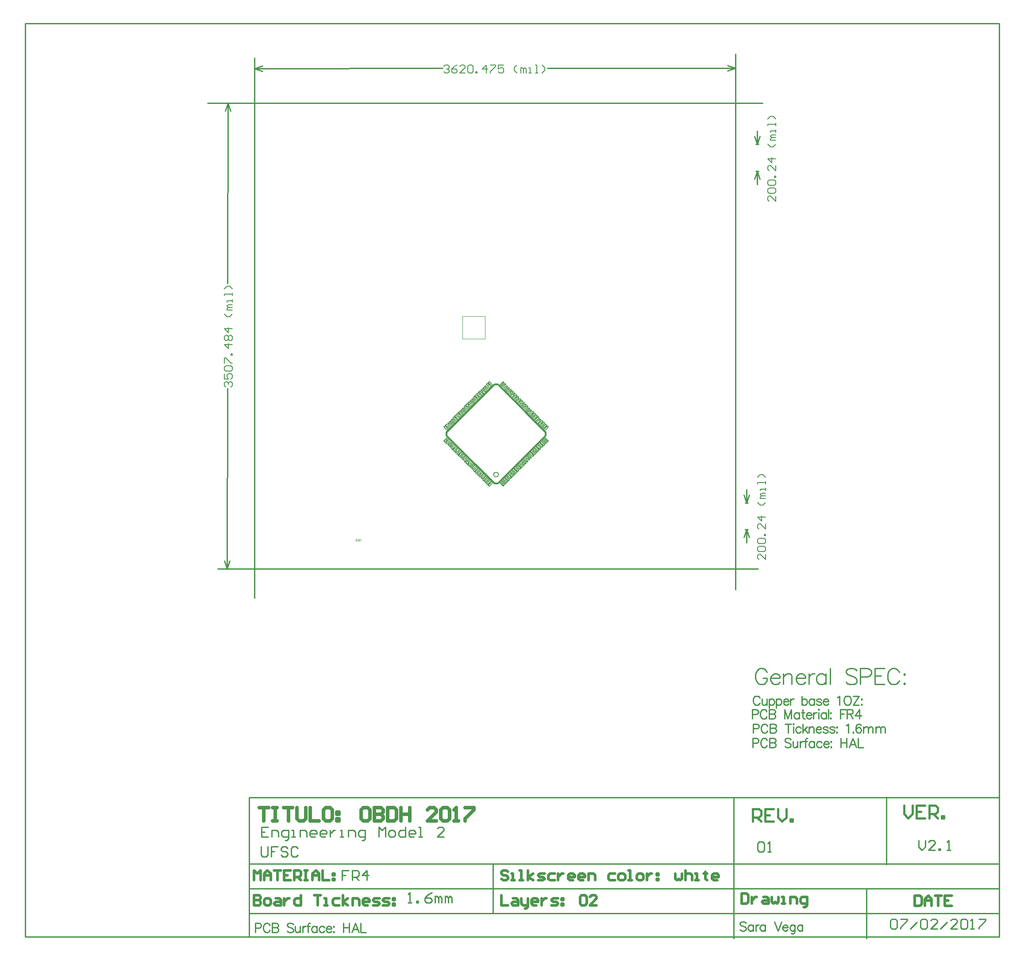
<source format=gm1>
%FSTAX23Y23*%
%MOIN*%
%SFA1B1*%

%IPPOS*%
%ADD10C,0.020000*%
%ADD11C,0.010000*%
%ADD142C,0.005000*%
%ADD143C,0.001970*%
%ADD144C,0.006000*%
%ADD145C,0.016000*%
%ADD146C,0.025000*%
%ADD147C,0.002360*%
%LNpcb_obdh-1*%
%LPD*%
G54D10*
X07587Y00755D02*
Y00679D01*
X07625*
X07638Y00692*
Y00742*
X07625Y00755*
X07587*
X07663Y00679D02*
Y0073D01*
X07688Y00755*
X07713Y0073*
Y00679*
Y00717*
X07663*
X07739Y00755D02*
X07789D01*
X07764*
Y00679*
X07865Y00755D02*
X07814D01*
Y00679*
X07865*
X07814Y00717D02*
X07839D01*
X0261Y00871D02*
Y00946D01*
X02635Y00921*
X0266Y00946*
Y00871*
X02686D02*
Y00921D01*
X02711Y00946*
X02736Y00921*
Y00871*
Y00909*
X02686*
X02761Y00946D02*
X02812D01*
X02786*
Y00871*
X02887Y00946D02*
X02837D01*
Y00871*
X02887*
X02837Y00909D02*
X02862D01*
X02912Y00871D02*
Y00946D01*
X0295*
X02963Y00934*
Y00909*
X0295Y00896*
X02912*
X02938D02*
X02963Y00871D01*
X02988Y00946D02*
X03013D01*
X03001*
Y00871*
X02988*
X03013*
X03051D02*
Y00921D01*
X03076Y00946*
X03101Y00921*
Y00871*
Y00909*
X03051*
X03127Y00946D02*
Y00871D01*
X03177*
X03202Y00921D02*
X03215D01*
Y00909*
X03202*
Y00921*
Y00883D02*
X03215D01*
Y00871*
X03202*
Y00883*
X06284Y00771D02*
Y00695D01*
X06321*
X06334Y00708*
Y00758*
X06321Y00771*
X06284*
X06359Y00745D02*
Y00695D01*
Y0072*
X06372Y00733*
X06384Y00745*
X06397*
X06447D02*
X06473D01*
X06485Y00733*
Y00695*
X06447*
X06435Y00708*
X06447Y0072*
X06485*
X0651Y00745D02*
Y00708D01*
X06523Y00695*
X06536Y00708*
X06548Y00695*
X06561Y00708*
Y00745*
X06586Y00695D02*
X06611D01*
X06599*
Y00745*
X06586*
X06649Y00695D02*
Y00745D01*
X06687*
X06699Y00733*
Y00695*
X0675Y0067D02*
X06762D01*
X06775Y00682*
Y00745*
X06737*
X06725Y00733*
Y00708*
X06737Y00695*
X06775*
X04523Y00934D02*
X0451Y00946D01*
X04485*
X04472Y00934*
Y00921*
X04485Y00909*
X0451*
X04523Y00896*
Y00883*
X0451Y00871*
X04485*
X04472Y00883*
X04548Y00871D02*
X04573D01*
X04561*
Y00921*
X04548*
X04611Y00871D02*
X04636D01*
X04624*
Y00946*
X04611*
X04674Y00871D02*
Y00946D01*
Y00896D02*
X04712Y00921D01*
X04674Y00896D02*
X04712Y00871D01*
X0475D02*
X04787D01*
X048Y00883*
X04787Y00896*
X04762*
X0475Y00909*
X04762Y00921*
X048*
X04876D02*
X04838D01*
X04825Y00909*
Y00883*
X04838Y00871*
X04876*
X04901Y00921D02*
Y00871D01*
Y00896*
X04913Y00909*
X04926Y00921*
X04939*
X05014Y00871D02*
X04989D01*
X04976Y00883*
Y00909*
X04989Y00921*
X05014*
X05027Y00909*
Y00896*
X04976*
X0509Y00871D02*
X05065D01*
X05052Y00883*
Y00909*
X05065Y00921*
X0509*
X05102Y00909*
Y00896*
X05052*
X05128Y00871D02*
Y00921D01*
X05165*
X05178Y00909*
Y00871*
X05329Y00921D02*
X05291D01*
X05279Y00909*
Y00883*
X05291Y00871*
X05329*
X05367D02*
X05392D01*
X05405Y00883*
Y00909*
X05392Y00921*
X05367*
X05354Y00909*
Y00883*
X05367Y00871*
X0543D02*
X05455D01*
X05443*
Y00946*
X0543*
X05506Y00871D02*
X05531D01*
X05543Y00883*
Y00909*
X05531Y00921*
X05506*
X05493Y00909*
Y00883*
X05506Y00871*
X05569Y00921D02*
Y00871D01*
Y00896*
X05581Y00909*
X05594Y00921*
X05606*
X05644D02*
X05657D01*
Y00909*
X05644*
Y00921*
Y00883D02*
X05657D01*
Y00871*
X05644*
Y00883*
X05783Y00921D02*
Y00883D01*
X05795Y00871*
X05808Y00883*
X05821Y00871*
X05833Y00883*
Y00921*
X05858Y00946D02*
Y00871D01*
Y00909*
X05871Y00921*
X05896*
X05909Y00909*
Y00871*
X05934D02*
X05959D01*
X05947*
Y00921*
X05934*
X0601Y00934D02*
Y00921D01*
X05997*
X06022*
X0601*
Y00883*
X06022Y00871*
X06098D02*
X06073D01*
X0606Y00883*
Y00909*
X06073Y00921*
X06098*
X0611Y00909*
Y00896*
X0606*
X0261Y00759D02*
Y00683D01*
X02648*
X0266Y00696*
Y00709*
X02648Y00721*
X0261*
X02648*
X0266Y00734*
Y00746*
X02648Y00759*
X0261*
X02698Y00683D02*
X02723D01*
X02736Y00696*
Y00721*
X02723Y00734*
X02698*
X02686Y00721*
Y00696*
X02698Y00683*
X02774Y00734D02*
X02799D01*
X02812Y00721*
Y00683*
X02774*
X02761Y00696*
X02774Y00709*
X02812*
X02837Y00734D02*
Y00683D01*
Y00709*
X02849Y00721*
X02862Y00734*
X02875*
X02963Y00759D02*
Y00683D01*
X02925*
X02912Y00696*
Y00721*
X02925Y00734*
X02963*
X03064Y00759D02*
X03114D01*
X03089*
Y00683*
X03139D02*
X03164D01*
X03152*
Y00734*
X03139*
X03253D02*
X03215D01*
X03202Y00721*
Y00696*
X03215Y00683*
X03253*
X03278D02*
Y00759D01*
Y00709D02*
X03316Y00734D01*
X03278Y00709D02*
X03316Y00683D01*
X03353D02*
Y00734D01*
X03391*
X03404Y00721*
Y00683*
X03467D02*
X03442D01*
X03429Y00696*
Y00721*
X03442Y00734*
X03467*
X03479Y00721*
Y00709*
X03429*
X03505Y00683D02*
X03542D01*
X03555Y00696*
X03542Y00709*
X03517*
X03505Y00721*
X03517Y00734*
X03555*
X0358Y00683D02*
X03618D01*
X03631Y00696*
X03618Y00709*
X03593*
X0358Y00721*
X03593Y00734*
X03631*
X03656D02*
X03668D01*
Y00721*
X03656*
Y00734*
Y00696D02*
X03668D01*
Y00683*
X03656*
Y00696*
X04472Y00759D02*
Y00683D01*
X04523*
X04561Y00734D02*
X04586D01*
X04598Y00721*
Y00683*
X04561*
X04548Y00696*
X04561Y00709*
X04598*
X04624Y00734D02*
Y00696D01*
X04636Y00683*
X04674*
Y00671*
X04661Y00658*
X04649*
X04674Y00683D02*
Y00734D01*
X04737Y00683D02*
X04712D01*
X04699Y00696*
Y00721*
X04712Y00734*
X04737*
X0475Y00721*
Y00709*
X04699*
X04775Y00734D02*
Y00683D01*
Y00709*
X04787Y00721*
X048Y00734*
X04813*
X0485Y00683D02*
X04888D01*
X04901Y00696*
X04888Y00709*
X04863*
X0485Y00721*
X04863Y00734*
X04901*
X04926D02*
X04939D01*
Y00721*
X04926*
Y00734*
Y00696D02*
X04939D01*
Y00683*
X04926*
Y00696*
X05065Y00746D02*
X05077Y00759D01*
X05102*
X05115Y00746*
Y00696*
X05102Y00683*
X05077*
X05065Y00696*
Y00746*
X05191Y00683D02*
X0514D01*
X05191Y00734*
Y00746*
X05178Y00759*
X05153*
X0514Y00746*
G54D11*
X0632Y03416D02*
Y03516D01*
Y03716D02*
Y03816D01*
X063Y03456D02*
X0632Y03516D01*
X0634Y03456*
X063Y03776D02*
X0632Y03716D01*
X0634Y03776*
X0631Y03516D02*
X0633D01*
X0631Y03716D02*
X0633D01*
X08222Y00447D02*
Y07329D01*
X02614Y06989D02*
X04028Y06991D01*
X0482Y06992D02*
X06235Y06993D01*
X02614Y06989D02*
X02674Y07009D01*
X02614Y06989D02*
X02674Y06969D01*
X06175Y07013D02*
X06235Y06993D01*
X06175Y06973D02*
X06235Y06993D01*
X02614Y06999D02*
X02614Y06979D01*
X06235Y07003D02*
X06235Y06983D01*
X02407Y0322D02*
X02409Y04578D01*
X0241Y0537D02*
X02412Y06728D01*
X02387Y0328D02*
X02407Y0322D01*
X02427Y0328*
X02392Y06668D02*
X02412Y06728D01*
X02432Y06668*
X02397Y0322D02*
X02417Y0322D01*
X02402Y06728D02*
X02422Y06728D01*
X06235Y03061D02*
X06235Y07099D01*
X02613Y02999D02*
X02614Y07069D01*
X02335Y0322D02*
X06406Y0322D01*
X02258Y06727D02*
X06438Y06727D01*
X06398Y06116D02*
Y06216D01*
Y06417D02*
Y06517D01*
X06378Y06156D02*
X06398Y06216D01*
X06418Y06156*
X06378Y06477D02*
X06398Y06417D01*
X06418Y06477*
X06388Y06216D02*
X06408D01*
X06388Y06417D02*
X06408D01*
X00885Y00444D02*
Y07329D01*
Y00444D02*
X02568D01*
X02544D02*
X08222D01*
X00885Y07329D02*
X08222D01*
X07374Y00989D02*
Y01497D01*
X07222Y00433D02*
Y00808D01*
X02572Y01496D02*
X08222D01*
X06222Y00621D02*
X08222D01*
X02572Y00996D02*
X08218D01*
X02572Y00808D02*
X08222D01*
X06222Y00433D02*
Y01496D01*
X02572Y00621D02*
X07822D01*
X08222Y00444D02*
Y01498D01*
X0441Y00621D02*
Y00996D01*
X02572Y00444D02*
Y01496D01*
X02662Y01125D02*
Y01062D01*
X02675Y0105*
X027*
X02713Y01062*
Y01125*
X02788D02*
X02738D01*
Y01088*
X02763*
X02738*
Y0105*
X02864Y01113D02*
X02851Y01125D01*
X02826*
X02813Y01113*
Y011*
X02826Y01088*
X02851*
X02864Y01075*
Y01062*
X02851Y0105*
X02826*
X02813Y01062*
X02939Y01113D02*
X02927Y01125D01*
X02902*
X02889Y01113*
Y01062*
X02902Y0105*
X02927*
X02939Y01062*
X07403Y00567D02*
X07415Y00579D01*
X0744*
X07453Y00567*
Y00516*
X0744Y00504*
X07415*
X07403Y00516*
Y00567*
X07478Y00579D02*
X07529D01*
Y00567*
X07478Y00516*
Y00504*
X07554D02*
X07604Y00554D01*
X07629Y00567D02*
X07642Y00579D01*
X07667*
X0768Y00567*
Y00516*
X07667Y00504*
X07642*
X07629Y00516*
Y00567*
X07755Y00504D02*
X07705D01*
X07755Y00554*
Y00567*
X07743Y00579*
X07718*
X07705Y00567*
X07781Y00504D02*
X07831Y00554D01*
X07907Y00504D02*
X07856D01*
X07907Y00554*
Y00567*
X07894Y00579*
X07869*
X07856Y00567*
X07932D02*
X07944Y00579D01*
X0797*
X07982Y00567*
Y00516*
X0797Y00504*
X07944*
X07932Y00516*
Y00567*
X08007Y00504D02*
X08033D01*
X0802*
Y00579*
X08007Y00567*
X0807Y00579D02*
X08121D01*
Y00567*
X0807Y00516*
Y00504*
X07615Y01173D02*
Y01122D01*
X07641Y01097*
X07666Y01122*
Y01173*
X07741Y01097D02*
X07691D01*
X07741Y01147*
Y0116*
X07729Y01173*
X07704*
X07691Y0116*
X07767Y01097D02*
Y0111D01*
X07779*
Y01097*
X07767*
X0783D02*
X07855D01*
X07842*
Y01173*
X0783Y0116*
X06404Y01148D02*
X06416Y01161D01*
X06441*
X06454Y01148*
Y01098*
X06441Y01085*
X06416*
X06404Y01098*
Y01148*
X06479Y01085D02*
X06504D01*
X06492*
Y01161*
X06479Y01148*
X03323Y00946D02*
X03272D01*
Y00909*
X03298*
X03272*
Y00871*
X03348D02*
Y00946D01*
X03386*
X03398Y00934*
Y00909*
X03386Y00896*
X03348*
X03373D02*
X03398Y00871D01*
X03461D02*
Y00946D01*
X03424Y00909*
X03474*
X03771Y00701D02*
X03796D01*
X03784*
Y00777*
X03771Y00764*
X03834Y00701D02*
Y00714D01*
X03847*
Y00701*
X03834*
X03948Y00777D02*
X03922Y00764D01*
X03897Y00739*
Y00714*
X0391Y00701*
X03935*
X03948Y00714*
Y00726*
X03935Y00739*
X03897*
X03973Y00701D02*
Y00751D01*
X03985*
X03998Y00739*
Y00701*
Y00739*
X04011Y00751*
X04023Y00739*
Y00701*
X04048D02*
Y00751D01*
X04061*
X04074Y00739*
Y00701*
Y00739*
X04086Y00751*
X04099Y00739*
Y00701*
X02716Y01273D02*
X02666D01*
Y01198*
X02716*
X02666Y01235D02*
X02691D01*
X02742Y01198D02*
Y01248D01*
X02779*
X02792Y01235*
Y01198*
X02842Y01172D02*
X02855D01*
X02868Y01185*
Y01248*
X0283*
X02817Y01235*
Y0121*
X0283Y01198*
X02868*
X02893D02*
X02918D01*
X02905*
Y01248*
X02893*
X02956Y01198D02*
Y01248D01*
X02994*
X03006Y01235*
Y01198*
X03069D02*
X03044D01*
X03031Y0121*
Y01235*
X03044Y01248*
X03069*
X03082Y01235*
Y01223*
X03031*
X03145Y01198D02*
X0312D01*
X03107Y0121*
Y01235*
X0312Y01248*
X03145*
X03157Y01235*
Y01223*
X03107*
X03183Y01248D02*
Y01198D01*
Y01223*
X03195Y01235*
X03208Y01248*
X0322*
X03258Y01198D02*
X03283D01*
X03271*
Y01248*
X03258*
X03321Y01198D02*
Y01248D01*
X03359*
X03372Y01235*
Y01198*
X03422Y01172D02*
X03435D01*
X03447Y01185*
Y01248*
X03409*
X03397Y01235*
Y0121*
X03409Y01198*
X03447*
X03548D02*
Y01273D01*
X03573Y01248*
X03598Y01273*
Y01198*
X03636D02*
X03661D01*
X03674Y0121*
Y01235*
X03661Y01248*
X03636*
X03624Y01235*
Y0121*
X03636Y01198*
X0375Y01273D02*
Y01198D01*
X03712*
X03699Y0121*
Y01235*
X03712Y01248*
X0375*
X03813Y01198D02*
X03787D01*
X03775Y0121*
Y01235*
X03787Y01248*
X03813*
X03825Y01235*
Y01223*
X03775*
X0385Y01198D02*
X03876D01*
X03863*
Y01273*
X0385*
X04039Y01198D02*
X03989D01*
X04039Y01248*
Y01261*
X04027Y01273*
X04002*
X03989Y01261*
X06473Y0244D02*
X06467Y02452D01*
X06456Y02463*
X06444Y02469*
X06421*
X06409Y02463*
X06398Y02452*
X06392Y0244*
X06386Y02423*
Y02394*
X06392Y02376*
X06398Y02365*
X06409Y02353*
X06421Y02347*
X06444*
X06456Y02353*
X06467Y02365*
X06473Y02376*
Y02394*
X06444D02*
X06473D01*
X06501D02*
X0657D01*
Y02405*
X06565Y02417*
X06559Y02423*
X06547Y02429*
X0653*
X06518Y02423*
X06507Y02411*
X06501Y02394*
Y02382*
X06507Y02365*
X06518Y02353*
X0653Y02347*
X06547*
X06559Y02353*
X0657Y02365*
X06597Y02429D02*
Y02347D01*
Y02405D02*
X06614Y02423D01*
X06626Y02429*
X06643*
X06655Y02423*
X0666Y02405*
Y02347*
X06692Y02394D02*
X06762D01*
Y02405*
X06756Y02417*
X0675Y02423*
X06739Y02429*
X06721*
X0671Y02423*
X06698Y02411*
X06692Y02394*
Y02382*
X06698Y02365*
X0671Y02353*
X06721Y02347*
X06739*
X0675Y02353*
X06762Y02365*
X06788Y02429D02*
Y02347D01*
Y02394D02*
X06794Y02411D01*
X06805Y02423*
X06817Y02429*
X06834*
X06915D02*
Y02347D01*
Y02411D02*
X06903Y02423D01*
X06892Y02429*
X06874*
X06863Y02423*
X06851Y02411*
X06845Y02394*
Y02382*
X06851Y02365*
X06863Y02353*
X06874Y02347*
X06892*
X06903Y02353*
X06915Y02365*
X06948Y02469D02*
Y02347D01*
X0715Y02452D02*
X07138Y02463D01*
X07121Y02469*
X07098*
X0708Y02463*
X07069Y02452*
Y0244*
X07075Y02429*
X0708Y02423*
X07092Y02417*
X07127Y02405*
X07138Y024*
X07144Y02394*
X0715Y02382*
Y02365*
X07138Y02353*
X07121Y02347*
X07098*
X0708Y02353*
X07069Y02365*
X07177Y02405D02*
X0723D01*
X07247Y02411*
X07253Y02417*
X07259Y02429*
Y02446*
X07253Y02458*
X07247Y02463*
X0723Y02469*
X07177*
Y02347*
X07361Y02469D02*
X07286D01*
Y02347*
X07361*
X07286Y02411D02*
X07332D01*
X07469Y0244D02*
X07463Y02452D01*
X07451Y02463*
X0744Y02469*
X07416*
X07405Y02463*
X07393Y02452*
X07387Y0244*
X07382Y02423*
Y02394*
X07387Y02376*
X07393Y02365*
X07405Y02353*
X07416Y02347*
X0744*
X07451Y02353*
X07463Y02365*
X07469Y02376*
X07509Y02429D02*
X07503Y02423D01*
X07509Y02417*
X07514Y02423*
X07509Y02429*
Y02359D02*
X07503Y02353D01*
X07509Y02347*
X07514Y02353*
X07509Y02359*
X06418Y02244D02*
X06415Y02251D01*
X06408Y02257*
X06402Y0226*
X06389*
X06382Y02257*
X06376Y02251*
X06372Y02244*
X06369Y02234*
Y02218*
X06372Y02209*
X06376Y02202*
X06382Y02196*
X06389Y02192*
X06402*
X06408Y02196*
X06415Y02202*
X06418Y02209*
X06437Y02238D02*
Y02205D01*
X0644Y02196*
X06447Y02192*
X06456*
X06463Y02196*
X06473Y02205*
Y02238D02*
Y02192D01*
X0649Y02238D02*
Y0217D01*
Y02228D02*
X06497Y02234D01*
X06503Y02238*
X06513*
X0652Y02234*
X06526Y02228*
X06529Y02218*
Y02212*
X06526Y02202*
X0652Y02196*
X06513Y02192*
X06503*
X06497Y02196*
X0649Y02202*
X06544Y02238D02*
Y0217D01*
Y02228D02*
X0655Y02234D01*
X06557Y02238*
X06567*
X06573Y02234*
X0658Y02228*
X06583Y02218*
Y02212*
X0658Y02202*
X06573Y02196*
X06567Y02192*
X06557*
X0655Y02196*
X06544Y02202*
X06598Y02218D02*
X06636D01*
Y02225*
X06633Y02231*
X0663Y02234*
X06623Y02238*
X06614*
X06607Y02234*
X06601Y02228*
X06598Y02218*
Y02212*
X06601Y02202*
X06607Y02196*
X06614Y02192*
X06623*
X0663Y02196*
X06636Y02202*
X06651Y02238D02*
Y02192D01*
Y02218D02*
X06654Y02228D01*
X06661Y02234*
X06667Y02238*
X06677*
X06737Y0226D02*
Y02192D01*
Y02228D02*
X06743Y02234D01*
X0675Y02238*
X06759*
X06766Y02234*
X06772Y02228*
X06776Y02218*
Y02212*
X06772Y02202*
X06766Y02196*
X06759Y02192*
X0675*
X06743Y02196*
X06737Y02202*
X06829Y02238D02*
Y02192D01*
Y02228D02*
X06823Y02234D01*
X06816Y02238*
X06806*
X068Y02234*
X06793Y02228*
X0679Y02218*
Y02212*
X06793Y02202*
X068Y02196*
X06806Y02192*
X06816*
X06823Y02196*
X06829Y02202*
X06883Y02228D02*
X0688Y02234D01*
X0687Y02238*
X0686*
X06851Y02234*
X06847Y02228*
X06851Y02222*
X06857Y02218*
X06873Y02215*
X0688Y02212*
X06883Y02205*
Y02202*
X0688Y02196*
X0687Y02192*
X0686*
X06851Y02196*
X06847Y02202*
X06897Y02218D02*
X06936D01*
Y02225*
X06933Y02231*
X0693Y02234*
X06923Y02238*
X06913*
X06907Y02234*
X069Y02228*
X06897Y02218*
Y02212*
X069Y02202*
X06907Y02196*
X06913Y02192*
X06923*
X0693Y02196*
X06936Y02202*
X07004Y02247D02*
X07011Y02251D01*
X0702Y0226*
Y02192*
X07074Y0226D02*
X07067Y02257D01*
X07061Y02251*
X07057Y02244*
X07054Y02234*
Y02218*
X07057Y02209*
X07061Y02202*
X07067Y02196*
X07074Y02192*
X07087*
X07093Y02196*
X071Y02202*
X07103Y02209*
X07106Y02218*
Y02234*
X07103Y02244*
X071Y02251*
X07093Y02257*
X07087Y0226*
X07074*
X07167D02*
X07122Y02192D01*
Y0226D02*
X07167D01*
X07122Y02192D02*
X07167D01*
X07186Y02238D02*
X07183Y02234D01*
X07186Y02231*
X07189Y02234*
X07186Y02238*
Y02199D02*
X07183Y02196D01*
X07186Y02192*
X07189Y02196*
X07186Y02199*
X06362Y02122D02*
X06391D01*
X06401Y02125*
X06404Y02129*
X06408Y02135*
Y02145*
X06404Y02151*
X06401Y02155*
X06391Y02158*
X06362*
Y0209*
X06471Y02142D02*
X06468Y02148D01*
X06462Y02155*
X06455Y02158*
X06442*
X06436Y02155*
X06429Y02148*
X06426Y02142*
X06423Y02132*
Y02116*
X06426Y02106*
X06429Y02099*
X06436Y02093*
X06442Y0209*
X06455*
X06462Y02093*
X06468Y02099*
X06471Y02106*
X06491Y02158D02*
Y0209D01*
Y02158D02*
X0652D01*
X06529Y02155*
X06533Y02151*
X06536Y02145*
Y02138*
X06533Y02132*
X06529Y02129*
X0652Y02125*
X06491D02*
X0652D01*
X06529Y02122*
X06533Y02119*
X06536Y02112*
Y02103*
X06533Y02096*
X06529Y02093*
X0652Y0209*
X06491*
X06605Y02158D02*
Y0209D01*
Y02158D02*
X06631Y0209D01*
X06657Y02158D02*
X06631Y0209D01*
X06657Y02158D02*
Y0209D01*
X06715Y02135D02*
Y0209D01*
Y02125D02*
X06708Y02132D01*
X06702Y02135*
X06692*
X06686Y02132*
X06679Y02125*
X06676Y02116*
Y02109*
X06679Y02099*
X06686Y02093*
X06692Y0209*
X06702*
X06708Y02093*
X06715Y02099*
X06743Y02158D02*
Y02103D01*
X06746Y02093*
X06753Y0209*
X06759*
X06733Y02135D02*
X06756D01*
X06769Y02116D02*
X06808D01*
Y02122*
X06805Y02129*
X06801Y02132*
X06795Y02135*
X06785*
X06779Y02132*
X06772Y02125*
X06769Y02116*
Y02109*
X06772Y02099*
X06779Y02093*
X06785Y0209*
X06795*
X06801Y02093*
X06808Y02099*
X06822Y02135D02*
Y0209D01*
Y02116D02*
X06826Y02125D01*
X06832Y02132*
X06839Y02135*
X06848*
X06861Y02158D02*
X06864Y02155D01*
X06867Y02158*
X06864Y02161*
X06861Y02158*
X06864Y02135D02*
Y0209D01*
X06918Y02135D02*
Y0209D01*
Y02125D02*
X06912Y02132D01*
X06905Y02135*
X06896*
X06889Y02132*
X06883Y02125*
X06879Y02116*
Y02109*
X06883Y02099*
X06889Y02093*
X06896Y0209*
X06905*
X06912Y02093*
X06918Y02099*
X06937Y02158D02*
Y0209D01*
X06954Y02135D02*
X06951Y02132D01*
X06954Y02129*
X06957Y02132*
X06954Y02135*
Y02096D02*
X06951Y02093D01*
X06954Y0209*
X06957Y02093*
X06954Y02096*
X07026Y02158D02*
Y0209D01*
Y02158D02*
X07068D01*
X07026Y02125D02*
X07052D01*
X07076Y02158D02*
Y0209D01*
Y02158D02*
X07105D01*
X07115Y02155*
X07118Y02151*
X07121Y02145*
Y02138*
X07118Y02132*
X07115Y02129*
X07105Y02125*
X07076*
X07098D02*
X07121Y0209D01*
X07169Y02158D02*
X07136Y02112D01*
X07185*
X07169Y02158D02*
Y0209D01*
X06368Y02014D02*
X06397D01*
X06407Y02017*
X0641Y0202*
X06413Y02027*
Y02037*
X0641Y02043*
X06407Y02046*
X06397Y0205*
X06368*
Y01981*
X06477Y02033D02*
X06474Y0204D01*
X06468Y02046*
X06461Y0205*
X06448*
X06442Y02046*
X06435Y0204*
X06432Y02033*
X06429Y02024*
Y02007*
X06432Y01998*
X06435Y01991*
X06442Y01985*
X06448Y01981*
X06461*
X06468Y01985*
X06474Y01991*
X06477Y01998*
X06496Y0205D02*
Y01981D01*
Y0205D02*
X06526D01*
X06535Y02046*
X06539Y02043*
X06542Y02037*
Y0203*
X06539Y02024*
X06535Y0202*
X06526Y02017*
X06496D02*
X06526D01*
X06535Y02014*
X06539Y02011*
X06542Y02004*
Y01994*
X06539Y01988*
X06535Y01985*
X06526Y01981*
X06496*
X06633Y0205D02*
Y01981D01*
X06611Y0205D02*
X06656D01*
X06671D02*
X06674Y02046D01*
X06677Y0205*
X06674Y02053*
X06671Y0205*
X06674Y02027D02*
Y01981D01*
X06728Y02017D02*
X06721Y02024D01*
X06715Y02027*
X06705*
X06699Y02024*
X06692Y02017*
X06689Y02007*
Y02001*
X06692Y01991*
X06699Y01985*
X06705Y01981*
X06715*
X06721Y01985*
X06728Y01991*
X06743Y0205D02*
Y01981D01*
X06775Y02027D02*
X06743Y01994D01*
X06756Y02007D02*
X06778Y01981D01*
X06789Y02027D02*
Y01981D01*
Y02014D02*
X06799Y02024D01*
X06805Y02027*
X06815*
X06821Y02024*
X06825Y02014*
Y01981*
X06842Y02007D02*
X06881D01*
Y02014*
X06878Y0202*
X06875Y02024*
X06868Y02027*
X06859*
X06852Y02024*
X06846Y02017*
X06842Y02007*
Y02001*
X06846Y01991*
X06852Y01985*
X06859Y01981*
X06868*
X06875Y01985*
X06881Y01991*
X06932Y02017D02*
X06928Y02024D01*
X06919Y02027*
X06909*
X06899Y02024*
X06896Y02017*
X06899Y02011*
X06906Y02007*
X06922Y02004*
X06928Y02001*
X06932Y01994*
Y01991*
X06928Y01985*
X06919Y01981*
X06909*
X06899Y01985*
X06896Y01991*
X06982Y02017D02*
X06978Y02024D01*
X06969Y02027*
X06959*
X06949Y02024*
X06946Y02017*
X06949Y02011*
X06956Y02007*
X06972Y02004*
X06978Y02001*
X06982Y01994*
Y01991*
X06978Y01985*
X06969Y01981*
X06959*
X06949Y01985*
X06946Y01991*
X06999Y02027D02*
X06996Y02024D01*
X06999Y0202*
X07002Y02024*
X06999Y02027*
Y01988D02*
X06996Y01985D01*
X06999Y01981*
X07002Y01985*
X06999Y01988*
X07071Y02037D02*
X07077Y0204D01*
X07087Y0205*
Y01981*
X07124Y01988D02*
X07121Y01985D01*
X07124Y01981*
X07127Y01985*
X07124Y01988*
X07181Y0204D02*
X07178Y02046D01*
X07168Y0205*
X07162*
X07152Y02046*
X07145Y02037*
X07142Y0202*
Y02004*
X07145Y01991*
X07152Y01985*
X07162Y01981*
X07165*
X07175Y01985*
X07181Y01991*
X07184Y02001*
Y02004*
X07181Y02014*
X07175Y0202*
X07165Y02024*
X07162*
X07152Y0202*
X07145Y02014*
X07142Y02004*
X07199Y02027D02*
Y01981D01*
Y02014D02*
X07209Y02024D01*
X07215Y02027*
X07225*
X07232Y02024*
X07235Y02014*
Y01981*
Y02014D02*
X07245Y02024D01*
X07251Y02027*
X07261*
X07267Y02024*
X07271Y02014*
Y01981*
X07292Y02027D02*
Y01981D01*
Y02014D02*
X07302Y02024D01*
X07308Y02027*
X07318*
X07324Y02024*
X07328Y02014*
Y01981*
Y02014D02*
X07337Y02024D01*
X07344Y02027*
X07354*
X0736Y02024*
X07363Y02014*
Y01981*
X06365Y01906D02*
X06394D01*
X06404Y01909*
X06407Y01912*
X0641Y01919*
Y01928*
X06407Y01935*
X06404Y01938*
X06394Y01941*
X06365*
Y01873*
X06474Y01925D02*
X06471Y01932D01*
X06465Y01938*
X06458Y01941*
X06445*
X06439Y01938*
X06432Y01932*
X06429Y01925*
X06426Y01915*
Y01899*
X06429Y01889*
X06432Y01883*
X06439Y01876*
X06445Y01873*
X06458*
X06465Y01876*
X06471Y01883*
X06474Y01889*
X06493Y01941D02*
Y01873D01*
Y01941D02*
X06523D01*
X06532Y01938*
X06536Y01935*
X06539Y01928*
Y01922*
X06536Y01915*
X06532Y01912*
X06523Y01909*
X06493D02*
X06523D01*
X06532Y01906*
X06536Y01902*
X06539Y01896*
Y01886*
X06536Y0188*
X06532Y01876*
X06523Y01873*
X06493*
X06653Y01932D02*
X06647Y01938D01*
X06637Y01941*
X06624*
X06614Y01938*
X06608Y01932*
Y01925*
X06611Y01919*
X06614Y01915*
X06621Y01912*
X0664Y01906*
X06647Y01902*
X0665Y01899*
X06653Y01893*
Y01883*
X06647Y01876*
X06637Y01873*
X06624*
X06614Y01876*
X06608Y01883*
X06668Y01919D02*
Y01886D01*
X06672Y01876*
X06678Y01873*
X06688*
X06694Y01876*
X06704Y01886*
Y01919D02*
Y01873D01*
X06722Y01919D02*
Y01873D01*
Y01899D02*
X06725Y01909D01*
X06732Y01915*
X06738Y01919*
X06748*
X0678Y01941D02*
X06773D01*
X06767Y01938*
X06764Y01928*
Y01873*
X06754Y01919D02*
X06777D01*
X06829D02*
Y01873D01*
Y01909D02*
X06822Y01915D01*
X06816Y01919*
X06806*
X06799Y01915*
X06793Y01909*
X0679Y01899*
Y01893*
X06793Y01883*
X06799Y01876*
X06806Y01873*
X06816*
X06822Y01876*
X06829Y01883*
X06886Y01909D02*
X06879Y01915D01*
X06873Y01919*
X06863*
X06856Y01915*
X0685Y01909*
X06847Y01899*
Y01893*
X0685Y01883*
X06856Y01876*
X06863Y01873*
X06873*
X06879Y01876*
X06886Y01883*
X069Y01899D02*
X06939D01*
Y01906*
X06936Y01912*
X06933Y01915*
X06926Y01919*
X06916*
X0691Y01915*
X06903Y01909*
X069Y01899*
Y01893*
X06903Y01883*
X0691Y01876*
X06916Y01873*
X06926*
X06933Y01876*
X06939Y01883*
X06957Y01919D02*
X06954Y01915D01*
X06957Y01912*
X0696Y01915*
X06957Y01919*
Y0188D02*
X06954Y01876D01*
X06957Y01873*
X0696Y01876*
X06957Y0188*
X07029Y01941D02*
Y01873D01*
X07074Y01941D02*
Y01873D01*
X07029Y01909D02*
X07074D01*
X07145Y01873D02*
X07119Y01941D01*
X07093Y01873*
X07103Y01896D02*
X07135D01*
X07161Y01941D02*
Y01873D01*
X072*
X06316Y00549D02*
X06309Y00555D01*
X063Y00558*
X06287*
X06277Y00555*
X0627Y00549*
Y00542*
X06274Y00536*
X06277Y00532*
X06283Y00529*
X06303Y00523*
X06309Y00519*
X06313Y00516*
X06316Y0051*
Y005*
X06309Y00494*
X063Y0049*
X06287*
X06277Y00494*
X0627Y005*
X0637Y00536D02*
Y0049D01*
Y00526D02*
X06363Y00532D01*
X06357Y00536*
X06347*
X06341Y00532*
X06334Y00526*
X06331Y00516*
Y0051*
X06334Y005*
X06341Y00494*
X06347Y0049*
X06357*
X06363Y00494*
X0637Y005*
X06388Y00536D02*
Y0049D01*
Y00516D02*
X06391Y00526D01*
X06398Y00532*
X06404Y00536*
X06414*
X06459D02*
Y0049D01*
Y00526D02*
X06453Y00532D01*
X06446Y00536*
X06436*
X0643Y00532*
X06423Y00526*
X0642Y00516*
Y0051*
X06423Y005*
X0643Y00494*
X06436Y0049*
X06446*
X06453Y00494*
X06459Y005*
X06531Y00558D02*
X06557Y0049D01*
X06583Y00558D02*
X06557Y0049D01*
X06591Y00516D02*
X0663D01*
Y00523*
X06627Y00529*
X06624Y00532*
X06617Y00536*
X06608*
X06601Y00532*
X06595Y00526*
X06591Y00516*
Y0051*
X06595Y005*
X06601Y00494*
X06608Y0049*
X06617*
X06624Y00494*
X0663Y005*
X06684Y00536D02*
Y00484D01*
X06681Y00474*
X06677Y00471*
X06671Y00468*
X06661*
X06655Y00471*
X06684Y00526D02*
X06677Y00532D01*
X06671Y00536*
X06661*
X06655Y00532*
X06648Y00526*
X06645Y00516*
Y0051*
X06648Y005*
X06655Y00494*
X06661Y0049*
X06671*
X06677Y00494*
X06684Y005*
X06741Y00536D02*
Y0049D01*
Y00526D02*
X06734Y00532D01*
X06728Y00536*
X06718*
X06712Y00532*
X06705Y00526*
X06702Y00516*
Y0051*
X06705Y005*
X06712Y00494*
X06718Y0049*
X06728*
X06734Y00494*
X06741Y005*
X02618Y00511D02*
X02647D01*
X02657Y00514*
X0266Y00518*
X02664Y00524*
Y00534*
X0266Y0054*
X02657Y00544*
X02647Y00547*
X02618*
Y00479*
X02728Y00531D02*
X02724Y00537D01*
X02718Y00544*
X02711Y00547*
X02698*
X02692Y00544*
X02685Y00537*
X02682Y00531*
X02679Y00521*
Y00505*
X02682Y00495*
X02685Y00488*
X02692Y00482*
X02698Y00479*
X02711*
X02718Y00482*
X02724Y00488*
X02728Y00495*
X02747Y00547D02*
Y00479D01*
Y00547D02*
X02776D01*
X02786Y00544*
X02789Y0054*
X02792Y00534*
Y00527*
X02789Y00521*
X02786Y00518*
X02776Y00514*
X02747D02*
X02776D01*
X02786Y00511*
X02789Y00508*
X02792Y00501*
Y00492*
X02789Y00485*
X02786Y00482*
X02776Y00479*
X02747*
X02906Y00537D02*
X029Y00544D01*
X0289Y00547*
X02877*
X02867Y00544*
X02861Y00537*
Y00531*
X02864Y00524*
X02867Y00521*
X02874Y00518*
X02893Y00511*
X029Y00508*
X02903Y00505*
X02906Y00498*
Y00488*
X029Y00482*
X0289Y00479*
X02877*
X02867Y00482*
X02861Y00488*
X02921Y00524D02*
Y00492D01*
X02925Y00482*
X02931Y00479*
X02941*
X02947Y00482*
X02957Y00492*
Y00524D02*
Y00479D01*
X02975Y00524D02*
Y00479D01*
Y00505D02*
X02978Y00514D01*
X02985Y00521*
X02991Y00524*
X03001*
X03033Y00547D02*
X03027D01*
X0302Y00544*
X03017Y00534*
Y00479*
X03007Y00524D02*
X0303D01*
X03082D02*
Y00479D01*
Y00514D02*
X03075Y00521D01*
X03069Y00524*
X03059*
X03053Y00521*
X03046Y00514*
X03043Y00505*
Y00498*
X03046Y00488*
X03053Y00482*
X03059Y00479*
X03069*
X03075Y00482*
X03082Y00488*
X03139Y00514D02*
X03132Y00521D01*
X03126Y00524*
X03116*
X0311Y00521*
X03103Y00514*
X031Y00505*
Y00498*
X03103Y00488*
X0311Y00482*
X03116Y00479*
X03126*
X03132Y00482*
X03139Y00488*
X03153Y00505D02*
X03192D01*
Y00511*
X03189Y00518*
X03186Y00521*
X03179Y00524*
X0317*
X03163Y00521*
X03157Y00514*
X03153Y00505*
Y00498*
X03157Y00488*
X03163Y00482*
X0317Y00479*
X03179*
X03186Y00482*
X03192Y00488*
X0321Y00524D02*
X03207Y00521D01*
X0321Y00518*
X03213Y00521*
X0321Y00524*
Y00485D02*
X03207Y00482D01*
X0321Y00479*
X03213Y00482*
X0321Y00485*
X03282Y00547D02*
Y00479D01*
X03327Y00547D02*
Y00479D01*
X03282Y00514D02*
X03327D01*
X03398Y00479D02*
X03372Y00547D01*
X03346Y00479*
X03356Y00501D02*
X03388D01*
X03414Y00547D02*
Y00479D01*
X03453*
G54D142*
X04447Y03915D02*
D01*
D01*
G75*
G03X04419Y03943I-00013J00013D01*
G74*G01*
D01*
D01*
G75*
G03X04447Y03915I00013J-00013D01*
G74*G01*
X04826Y04183D02*
D01*
D01*
G75*
G03Y04183I-0J0D01*
G74*G01*
X04819Y04176D02*
D01*
D01*
G75*
G03X04819I0J0D01*
G74*G01*
X0468Y04433D02*
D01*
D01*
G75*
G03X0468I-0J-0D01*
G74*G01*
X04687Y04426D02*
D01*
D01*
G75*
G03Y04426I-0J0D01*
G74*G01*
X04193Y0444D02*
D01*
D01*
G75*
G03Y0444I0J-0D01*
G74*G01*
X04201Y04447D02*
D01*
D01*
G75*
G03X042I-0J-0D01*
G74*G01*
X04527Y04586D02*
D01*
D01*
G75*
G03X04527I-0J-0D01*
G74*G01*
X04534Y04579D02*
D01*
D01*
G75*
G03Y04579I-0J0D01*
G74*G01*
X0404Y04287D02*
D01*
D01*
G75*
G03Y04287I0J-0D01*
G74*G01*
X04047Y04294D02*
D01*
D01*
G75*
G03X04047I-0J-0D01*
G74*G01*
X04186Y04037D02*
D01*
D01*
G75*
G03X04187I0J0D01*
G74*G01*
X04179Y04044D02*
D01*
D01*
G75*
G03Y04044I0J-0D01*
G74*G01*
X04339Y03883D02*
D01*
D01*
G75*
G03X0434I0J0D01*
G74*G01*
X04332Y03891D02*
D01*
D01*
G75*
G03Y0389I0J-0D01*
G74*G01*
X0459Y03946D02*
D01*
D01*
G75*
G03Y03947I-0J0D01*
G74*G01*
X04582Y03939D02*
D01*
D01*
G75*
G03X04583I0J0D01*
G74*G01*
X04743Y04099D02*
D01*
D01*
G75*
G03Y041I-0J0D01*
G74*G01*
X04735Y04092D02*
D01*
D01*
G75*
G03X04736I0J0D01*
G74*G01*
X04764Y0435D02*
D01*
D01*
G75*
G03X04763I-0J-0D01*
G74*G01*
X04771Y04342D02*
D01*
D01*
G75*
G03Y04343I-0J0D01*
G74*G01*
X04611Y04503D02*
D01*
D01*
G75*
G03X0461I-0J-0D01*
G74*G01*
X04618Y04495D02*
D01*
D01*
G75*
G03Y04496I-0J0D01*
G74*G01*
X04123Y04371D02*
D01*
D01*
G75*
G03Y0437I0J-0D01*
G74*G01*
X04131Y04378D02*
D01*
D01*
G75*
G03X0413I-0J-0D01*
G74*G01*
X04277Y04524D02*
D01*
D01*
G75*
G03Y04523I0J-0D01*
G74*G01*
X04284Y04531D02*
D01*
D01*
G75*
G03X04284I-0J-0D01*
G74*G01*
X0436Y04607D02*
D01*
D01*
G75*
G03Y04607I0J-0D01*
G74*G01*
X04368Y04614D02*
D01*
D01*
G75*
G03X04367I-0J-0D01*
G74*G01*
X04103Y0412D02*
D01*
D01*
G75*
G03X04103I0J0D01*
G74*G01*
X04096Y04128D02*
D01*
D01*
G75*
G03Y04127I0J-0D01*
G74*G01*
X04256Y03967D02*
D01*
D01*
G75*
G03X04256I0J0D01*
G74*G01*
X04249Y03975D02*
D01*
D01*
G75*
G03Y03974I0J-0D01*
G74*G01*
X04506Y03863D02*
D01*
D01*
G75*
G03Y03863I-0J0D01*
G74*G01*
X04499Y03856D02*
D01*
D01*
G75*
G03X04499I0J0D01*
G74*G01*
X04659Y04016D02*
D01*
D01*
G75*
G03Y04016I-0J0D01*
G74*G01*
X04652Y04009D02*
D01*
D01*
G75*
G03X04652I0J0D01*
G74*G01*
X04813Y04169D02*
D01*
D01*
G75*
G03Y04169I-0J0D01*
G74*G01*
X04805Y04162D02*
D01*
D01*
G75*
G03X04806I0J0D01*
G74*G01*
X04694Y04419D02*
D01*
D01*
G75*
G03X04694I-0J-0D01*
G74*G01*
X04701Y04412D02*
D01*
D01*
G75*
G03Y04412I-0J0D01*
G74*G01*
X04207Y04454D02*
D01*
D01*
G75*
G03Y04454I0J-0D01*
G74*G01*
X04215Y04461D02*
D01*
D01*
G75*
G03X04214I-0J-0D01*
G74*G01*
X04541Y04572D02*
D01*
D01*
G75*
G03X04541I-0J-0D01*
G74*G01*
X04548Y04565D02*
D01*
D01*
G75*
G03Y04566I-0J0D01*
G74*G01*
X04054Y04301D02*
D01*
D01*
G75*
G03Y043I0J-0D01*
G74*G01*
X04061Y04308D02*
D01*
D01*
G75*
G03X04061I-0J-0D01*
G74*G01*
X04291Y04538D02*
D01*
D01*
G75*
G03Y04537I0J-0D01*
G74*G01*
X04298Y04545D02*
D01*
D01*
G75*
G03X04297I-0J-0D01*
G74*G01*
X04172Y04051D02*
D01*
D01*
G75*
G03X04173I0J0D01*
G74*G01*
X04165Y04058D02*
D01*
D01*
G75*
G03Y04057I0J-0D01*
G74*G01*
X04325Y03897D02*
D01*
D01*
G75*
G03X04326I0J0D01*
G74*G01*
X04318Y03905D02*
D01*
D01*
G75*
G03Y03904I0J-0D01*
G74*G01*
X04576Y03932D02*
D01*
D01*
G75*
G03Y03933I-0J0D01*
G74*G01*
X04568Y03925D02*
D01*
D01*
G75*
G03X04569I0J0D01*
G74*G01*
X04729Y04085D02*
D01*
D01*
G75*
G03Y04086I-0J0D01*
G74*G01*
X04721Y04078D02*
D01*
D01*
G75*
G03X04722I0J0D01*
G74*G01*
X04778Y04336D02*
D01*
D01*
G75*
G03X04777I-0J-0D01*
G74*G01*
X04785Y04328D02*
D01*
D01*
G75*
G03Y04329I-0J0D01*
G74*G01*
X04625Y04489D02*
D01*
D01*
G75*
G03X04624I-0J-0D01*
G74*G01*
X04632Y04481D02*
D01*
D01*
G75*
G03Y04482I-0J0D01*
G74*G01*
X04137Y04385D02*
D01*
D01*
G75*
G03Y04384I0J-0D01*
G74*G01*
X04145Y04392D02*
D01*
D01*
G75*
G03X04144I-0J-0D01*
G74*G01*
X04374Y04621D02*
D01*
D01*
G75*
G03Y04621I0J-0D01*
G74*G01*
X04382Y04628D02*
D01*
D01*
G75*
G03X04381I-0J-0D01*
G74*G01*
X04089Y04134D02*
D01*
D01*
G75*
G03X04089I0J0D01*
G74*G01*
X04082Y04142D02*
D01*
D01*
G75*
G03Y04141I0J-0D01*
G74*G01*
X04242Y03981D02*
D01*
D01*
G75*
G03X04242I0J0D01*
G74*G01*
X04235Y03988D02*
D01*
D01*
G75*
G03Y03988I0J-0D01*
G74*G01*
X04492Y03849D02*
D01*
D01*
G75*
G03Y03849I-0J0D01*
G74*G01*
X04485Y03842D02*
D01*
D01*
G75*
G03X04485I0J0D01*
G74*G01*
X04645Y04002D02*
D01*
D01*
G75*
G03Y04002I-0J0D01*
G74*G01*
X04638Y03995D02*
D01*
D01*
G75*
G03X04639I0J0D01*
G74*G01*
X04799Y04155D02*
D01*
D01*
G75*
G03Y04155I-0J0D01*
G74*G01*
X04791Y04148D02*
D01*
D01*
G75*
G03X04792I0J0D01*
G74*G01*
X04708Y04405D02*
D01*
D01*
G75*
G03X04708I-0J-0D01*
G74*G01*
X04715Y04398D02*
D01*
D01*
G75*
G03Y04398I-0J0D01*
G74*G01*
X04555Y04559D02*
D01*
D01*
G75*
G03X04554I-0J-0D01*
G74*G01*
X04562Y04551D02*
D01*
D01*
G75*
G03Y04552I-0J0D01*
G74*G01*
X04068Y04315D02*
D01*
D01*
G75*
G03Y04314I0J-0D01*
G74*G01*
X04075Y04322D02*
D01*
D01*
G75*
G03X04075I-0J-0D01*
G74*G01*
X04221Y04468D02*
D01*
D01*
G75*
G03Y04468I0J-0D01*
G74*G01*
X04228Y04475D02*
D01*
D01*
G75*
G03X04228I-0J-0D01*
G74*G01*
X04304Y04552D02*
D01*
D01*
G75*
G03Y04551I0J-0D01*
G74*G01*
X04312Y04559D02*
D01*
D01*
G75*
G03X04311I-0J-0D01*
G74*G01*
X04158Y04064D02*
D01*
D01*
G75*
G03X04159I0J0D01*
G74*G01*
X04151Y04072D02*
D01*
D01*
G75*
G03Y04071I0J-0D01*
G74*G01*
X04311Y03911D02*
D01*
D01*
G75*
G03X04312I0J0D01*
G74*G01*
X04304Y03919D02*
D01*
D01*
G75*
G03Y03918I0J-0D01*
G74*G01*
X04562D02*
D01*
D01*
G75*
G03Y03919I-0J0D01*
G74*G01*
X04554Y03911D02*
D01*
D01*
G75*
G03X04555I0J0D01*
G74*G01*
X04715Y04071D02*
D01*
D01*
G75*
G03Y04072I-0J0D01*
G74*G01*
X04708Y04064D02*
D01*
D01*
G75*
G03X04708I0J0D01*
G74*G01*
X04792Y04322D02*
D01*
D01*
G75*
G03X04791I-0J-0D01*
G74*G01*
X04799Y04314D02*
D01*
D01*
G75*
G03Y04315I-0J0D01*
G74*G01*
X04673Y0403D02*
D01*
D01*
G75*
G03Y0403I-0J0D01*
G74*G01*
X04666Y04023D02*
D01*
D01*
G75*
G03X04666I0J0D01*
G74*G01*
X04639Y04475D02*
D01*
D01*
G75*
G03X04638I-0J-0D01*
G74*G01*
X04645Y04468D02*
D01*
D01*
G75*
G03Y04468I-0J0D01*
G74*G01*
X04151Y04398D02*
D01*
D01*
G75*
G03Y04398I0J-0D01*
G74*G01*
X04159Y04405D02*
D01*
D01*
G75*
G03X04158I-0J-0D01*
G74*G01*
X04485Y04628D02*
D01*
D01*
G75*
G03X04485I-0J-0D01*
G74*G01*
X04492Y04621D02*
D01*
D01*
G75*
G03Y04621I-0J0D01*
G74*G01*
X04075Y04148D02*
D01*
D01*
G75*
G03X04075I0J0D01*
G74*G01*
X04068Y04155D02*
D01*
D01*
G75*
G03Y04155I0J-0D01*
G74*G01*
X04228Y03995D02*
D01*
D01*
G75*
G03X04228I0J0D01*
G74*G01*
X04221Y04002D02*
D01*
D01*
G75*
G03X04221Y04002I0J-0D01*
G74*G01*
X04381Y03842D02*
D01*
D01*
G75*
G03X04382I0J0D01*
G74*G01*
X04374Y03849D02*
D01*
D01*
G75*
G03Y03849I0J-0D01*
G74*G01*
X04632Y03988D02*
D01*
D01*
G75*
G03Y03988I-0J0D01*
G74*G01*
X04624Y03981D02*
D01*
D01*
G75*
G03X04625I0J0D01*
G74*G01*
X04785Y04141D02*
D01*
D01*
G75*
G03Y04142I-0J0D01*
G74*G01*
X04777Y04134D02*
D01*
D01*
G75*
G03X04778I0J0D01*
G74*G01*
X04722Y04392D02*
D01*
D01*
G75*
G03X04721I-0J-0D01*
G74*G01*
X04729Y04384D02*
D01*
D01*
G75*
G03Y04385I-0J0D01*
G74*G01*
X04569Y04545D02*
D01*
D01*
G75*
G03X04568I-0J-0D01*
G74*G01*
X04576Y04537D02*
D01*
D01*
G75*
G03Y04538I-0J0D01*
G74*G01*
X04082Y04329D02*
D01*
D01*
G75*
G03Y04328I0J-0D01*
G74*G01*
X04089Y04336D02*
D01*
D01*
G75*
G03X04089I-0J-0D01*
G74*G01*
X04235Y04482D02*
D01*
D01*
G75*
G03Y04481I0J-0D01*
G74*G01*
X04242Y04489D02*
D01*
D01*
G75*
G03X04242I-0J-0D01*
G74*G01*
X04318Y04566D02*
D01*
D01*
G75*
G03Y04565I0J-0D01*
G74*G01*
X04326Y04572D02*
D01*
D01*
G75*
G03X04325I-0J-0D01*
G74*G01*
X04144Y04078D02*
D01*
D01*
G75*
G03X04145I0J0D01*
G74*G01*
X04137Y04086D02*
D01*
D01*
G75*
G03Y04085I0J-0D01*
G74*G01*
X04297Y03925D02*
D01*
D01*
G75*
G03X04298I0J0D01*
G74*G01*
X04291Y03933D02*
D01*
D01*
G75*
G03Y03932I0J-0D01*
G74*G01*
X04548Y03904D02*
D01*
D01*
G75*
G03Y03905I-0J0D01*
G74*G01*
X04541Y03897D02*
D01*
D01*
G75*
G03X04541I0J0D01*
G74*G01*
X04701Y04057D02*
D01*
D01*
G75*
G03Y04058I-0J0D01*
G74*G01*
X04694Y04051D02*
D01*
D01*
G75*
G03X04694I0J0D01*
G74*G01*
X04806Y04308D02*
D01*
D01*
G75*
G03X04805I-0J-0D01*
G74*G01*
X04813Y043D02*
D01*
D01*
G75*
G03Y04301I-0J0D01*
G74*G01*
X04652Y04461D02*
D01*
D01*
G75*
G03X04652I-0J-0D01*
G74*G01*
X04659Y04454D02*
D01*
D01*
G75*
G03Y04454I-0J0D01*
G74*G01*
X04165Y04412D02*
D01*
D01*
G75*
G03Y04412I0J-0D01*
G74*G01*
X04173Y04419D02*
D01*
D01*
G75*
G03X04172I-0J-0D01*
G74*G01*
X04499Y04614D02*
D01*
D01*
G75*
G03X04499I-0J-0D01*
G74*G01*
X04506Y04607D02*
D01*
D01*
G75*
G03Y04607I-0J0D01*
G74*G01*
X04061Y04162D02*
D01*
D01*
G75*
G03X04061I0J0D01*
G74*G01*
X04054Y04169D02*
D01*
D01*
G75*
G03Y04169I0J-0D01*
G74*G01*
X04214Y04009D02*
D01*
D01*
G75*
G03X04215I0J0D01*
G74*G01*
X04207Y04016D02*
D01*
D01*
G75*
G03Y04016I0J-0D01*
G74*G01*
X04367Y03856D02*
D01*
D01*
G75*
G03X04368I0J0D01*
G74*G01*
X0436Y03863D02*
D01*
D01*
G75*
G03Y03863I0J-0D01*
G74*G01*
X04618Y03974D02*
D01*
D01*
G75*
G03Y03975I-0J0D01*
G74*G01*
X0461Y03967D02*
D01*
D01*
G75*
G03X04611I0J0D01*
G74*G01*
X04771Y04127D02*
D01*
D01*
G75*
G03Y04128I-0J0D01*
G74*G01*
X04763Y0412D02*
D01*
D01*
G75*
G03X04764I0J0D01*
G74*G01*
X04736Y04378D02*
D01*
D01*
G75*
G03X04735I-0J-0D01*
G74*G01*
X04743Y0437D02*
D01*
D01*
G75*
G03Y04371I-0J0D01*
G74*G01*
X04583Y04531D02*
D01*
D01*
G75*
G03X04582I-0J-0D01*
G74*G01*
X0459Y04523D02*
D01*
D01*
G75*
G03Y04524I-0J0D01*
G74*G01*
X04096Y04343D02*
D01*
D01*
G75*
G03Y04342I0J-0D01*
G74*G01*
X04103Y0435D02*
D01*
D01*
G75*
G03X04103I-0J-0D01*
G74*G01*
X04249Y04496D02*
D01*
D01*
G75*
G03Y04495I0J-0D01*
G74*G01*
X04256Y04503D02*
D01*
D01*
G75*
G03X04256I-0J-0D01*
G74*G01*
X04332Y04579D02*
D01*
D01*
G75*
G03Y04579I0J-0D01*
G74*G01*
X0434Y04586D02*
D01*
D01*
G75*
G03X04339I-0J-0D01*
G74*G01*
X0413Y04092D02*
D01*
D01*
G75*
G03X04131I0J0D01*
G74*G01*
X04123Y041D02*
D01*
D01*
G75*
G03Y04099I0J-0D01*
G74*G01*
X04284Y03939D02*
D01*
D01*
G75*
G03X04284I0J0D01*
G74*G01*
X04277Y03947D02*
D01*
D01*
G75*
G03Y03946I0J-0D01*
G74*G01*
X04534Y0389D02*
D01*
D01*
G75*
G03Y03891I-0J0D01*
G74*G01*
X04527Y03883D02*
D01*
D01*
G75*
G03X04527I0J0D01*
G74*G01*
X04687Y04044D02*
D01*
D01*
G75*
G03Y04044I-0J0D01*
G74*G01*
X0468Y04037D02*
D01*
D01*
G75*
G03X0468I0J0D01*
G74*G01*
X04819Y04294D02*
D01*
D01*
G75*
G03X04819I-0J-0D01*
G74*G01*
X04826Y04287D02*
D01*
D01*
G75*
G03Y04287I-0J0D01*
G74*G01*
X04666Y04447D02*
D01*
D01*
G75*
G03X04666I-0J-0D01*
G74*G01*
X04673Y0444D02*
D01*
D01*
G75*
G03Y0444I-0J0D01*
G74*G01*
X04179Y04426D02*
D01*
D01*
G75*
G03Y04426I0J-0D01*
G74*G01*
X04187Y04433D02*
D01*
D01*
G75*
G03X04186I-0J-0D01*
G74*G01*
X04513Y046D02*
D01*
D01*
G75*
G03X04513I-0J-0D01*
G74*G01*
X0452Y04593D02*
D01*
D01*
G75*
G03Y04593I-0J0D01*
G74*G01*
X04047Y04176D02*
D01*
D01*
G75*
G03X04047I0J0D01*
G74*G01*
X0404Y04183D02*
D01*
D01*
G75*
G03Y04183I0J-0D01*
G74*G01*
X042Y04023D02*
D01*
D01*
G75*
G03X04201I0J0D01*
G74*G01*
X04193Y0403D02*
D01*
D01*
G75*
G03X04193Y0403I0J-0D01*
G74*G01*
X04353Y0387D02*
D01*
D01*
G75*
G03X04354I0J0D01*
G74*G01*
X04346Y03877D02*
D01*
D01*
G75*
G03Y03877I0J-0D01*
G74*G01*
X04604Y0396D02*
D01*
D01*
G75*
G03Y03961I-0J0D01*
G74*G01*
X04596Y03953D02*
D01*
D01*
G75*
G03X04597I0J0D01*
G74*G01*
X04757Y04113D02*
D01*
D01*
G75*
G03Y04114I-0J0D01*
G74*G01*
X04749Y04106D02*
D01*
D01*
G75*
G03X0475I0J0D01*
G74*G01*
Y04364D02*
D01*
D01*
G75*
G03X04749I-0J-0D01*
G74*G01*
X04757Y04356D02*
D01*
D01*
G75*
G03Y04357I-0J0D01*
G74*G01*
X04597Y04517D02*
D01*
D01*
G75*
G03X04596I-0J-0D01*
G74*G01*
X04604Y04509D02*
D01*
D01*
G75*
G03Y0451I-0J0D01*
G74*G01*
X0411Y04357D02*
D01*
D01*
G75*
G03Y04356I0J-0D01*
G74*G01*
X04117Y04364D02*
D01*
D01*
G75*
G03X04117I-0J-0D01*
G74*G01*
X04263Y0451D02*
D01*
D01*
G75*
G03Y04509I0J-0D01*
G74*G01*
X0427Y04517D02*
D01*
D01*
G75*
G03X0427I-0J-0D01*
G74*G01*
X04346Y04593D02*
D01*
D01*
G75*
G03Y04593I0J-0D01*
G74*G01*
X04354Y046D02*
D01*
D01*
G75*
G03X04353I-0J-0D01*
G74*G01*
X04117Y04106D02*
D01*
D01*
G75*
G03X04117I0J0D01*
G74*G01*
X0411Y04114D02*
D01*
D01*
G75*
G03Y04113I0J-0D01*
G74*G01*
X0427Y03953D02*
D01*
D01*
G75*
G03X0427I0J0D01*
G74*G01*
X04263Y03961D02*
D01*
D01*
G75*
G03Y0396I0J-0D01*
G74*G01*
X0452Y03877D02*
D01*
D01*
G75*
G03Y03877I-0J0D01*
G74*G01*
X04513Y0387D02*
D01*
D01*
G75*
G03X04513I0J0D01*
G74*G01*
X04057Y04249D02*
X04063Y04246D01*
X04809Y04221D02*
Y04249D01*
X04063Y04246D02*
X04422Y04605D01*
X04419Y03859D02*
X04422Y03865D01*
X04419Y04611D02*
X04422Y04605D01*
X04063Y04223D02*
X04422Y03865D01*
X04057Y04221D02*
X04419Y03859D01*
X04057Y04221D02*
X04063Y04223D01*
X04447Y04611D02*
X04809Y04249D01*
X04445Y03865D02*
X04447Y03859D01*
X04445Y04605D02*
X04447Y04611D01*
X04422Y03865D02*
X04445D01*
X04419Y03859D02*
X04447D01*
X04803Y04246D02*
X04809Y04249D01*
X04422Y04605D02*
X04445D01*
X04803Y04246*
X04803Y04223*
X04057Y04221D02*
Y04249D01*
X04419Y04611*
X04447Y03859D02*
X04809Y04221D01*
X04419Y04611D02*
X04447D01*
X04803Y04223D02*
X04809Y04221D01*
X04063Y04223D02*
Y04246D01*
X04445Y03865D02*
X04803Y04223D01*
X04791Y04203D02*
X04797Y04198D01*
X04806Y04189D02*
X04809Y04186D01*
X04816Y04193D02*
X04826Y04183D01*
X04814Y04196D02*
X04816Y04193D01*
X04802Y04193D02*
X04806Y04189D01*
X04809Y04186D02*
X04819Y04176D01*
X04797Y04198D02*
X04802Y04193D01*
X04819Y04176D02*
X04826Y04183D01*
X04799Y04211D02*
X04804Y04205D01*
X0481Y042*
X04814Y04196*
X0466Y04398D02*
X04665Y04404D01*
X04674Y04413D02*
X04677Y04416D01*
X0467Y04423D02*
X0468Y04433D01*
X04667Y0442D02*
X0467Y04423D01*
X0467Y04409D02*
X04674Y04413D01*
X04677Y04416D02*
X04687Y04426D01*
X04665Y04404D02*
X0467Y04409D01*
X0468Y04433D02*
X04687Y04426D01*
X04652Y04406D02*
X04658Y04411D01*
X04663Y04416*
X04667Y0442*
X04223Y04425D02*
X04228Y0442D01*
X04211Y04437D02*
X04213Y04434D01*
X04193Y0444D02*
X04203Y0443D01*
X04206Y04427*
X04213Y04434D02*
X04217Y0443D01*
X04201Y04447D02*
X04211Y04437D01*
X04217Y0443D02*
X04223Y04425D01*
X04193Y0444D02*
X042Y04447D01*
X04215Y04418D02*
X04221Y04412D01*
X0421Y04423D02*
X04215Y04418D01*
X04206Y04427D02*
X0421Y04423D01*
X04507Y04551D02*
X04512Y04557D01*
X04521Y04566D02*
X04524Y04569D01*
X04516Y04576D02*
X04527Y04586D01*
X04514Y04574D02*
X04516Y04576D01*
X04517Y04562D02*
X04521Y04566D01*
X04524Y04569D02*
X04534Y04579D01*
X04512Y04557D02*
X04517Y04562D01*
X04527Y04586D02*
X04534Y04579D01*
X04499Y04559D02*
X04505Y04564D01*
X0451Y0457*
X04514Y04574*
X04069Y04272D02*
X04075Y04267D01*
X04058Y04284D02*
X0406Y04281D01*
X0404Y04287D02*
X0405Y04276D01*
X04053Y04274*
X0406Y04281D02*
X04064Y04277D01*
X04047Y04294D02*
X04058Y04284D01*
X04064Y04277D02*
X04069Y04272D01*
X0404Y04287D02*
X04047Y04294D01*
X04062Y04265D02*
X04068Y04259D01*
X04057Y0427D02*
X04062Y04265D01*
X04053Y04274D02*
X04057Y0427D01*
X04201Y04066D02*
X04207Y04072D01*
X04189Y04054D02*
X04192Y04057D01*
X04187Y04037D02*
X04197Y04047D01*
X042Y04049*
X04192Y04057D02*
X04196Y04061D01*
X04179Y04044D02*
X04189Y04054D01*
X04196Y04061D02*
X04201Y04066D01*
X04179Y04044D02*
X04186Y04037D01*
X04209Y04059D02*
X04214Y04064D01*
X04204Y04053D02*
X04209Y04059D01*
X042Y04049D02*
X04204Y04053D01*
X04354Y03913D02*
X0436Y03919D01*
X04342Y03901D02*
X04345Y03904D01*
X0434Y03883D02*
X0435Y03894D01*
X04353Y03896*
X04345Y03904D02*
X04349Y03908D01*
X04332Y03891D02*
X04342Y03901D01*
X04349Y03908D02*
X04354Y03913D01*
X04332Y0389D02*
X04339Y03883D01*
X04362Y03905D02*
X04367Y03911D01*
X04357Y039D02*
X04362Y03905D01*
X04353Y03896D02*
X04357Y039D01*
X04555Y03967D02*
X0456Y03961D01*
X04569Y03952D02*
X04572Y03949D01*
X0458Y03957D02*
X0459Y03947D01*
X04577Y0396D02*
X0458Y03957D01*
X04565Y03956D02*
X04569Y03952D01*
X04572Y03949D02*
X04582Y03939D01*
X0456Y03961D02*
X04565Y03956D01*
X04583Y03939D02*
X0459Y03946D01*
X04562Y03974D02*
X04568Y03969D01*
X04573Y03964*
X04577Y0396*
X04708Y0412D02*
X04713Y04114D01*
X04723Y04105D02*
X04725Y04102D01*
X04733Y0411D02*
X04743Y041D01*
X0473Y04113D02*
X04733Y0411D01*
X04719Y04109D02*
X04723Y04105D01*
X04725Y04102D02*
X04735Y04092D01*
X04713Y04114D02*
X04719Y04109D01*
X04736Y04092D02*
X04743Y04099D01*
X04715Y04127D02*
X04721Y04122D01*
X04726Y04117*
X0473Y04113*
X04743Y04315D02*
X04749Y0432D01*
X04758Y04329D02*
X04761Y04332D01*
X04753Y0434D02*
X04763Y0435D01*
X0475Y04337D02*
X04753Y0434D01*
X04754Y04325D02*
X04758Y04329D01*
X04761Y04332D02*
X04771Y04342D01*
X04749Y0432D02*
X04754Y04325D01*
X04764Y0435D02*
X04771Y04343D01*
X04736Y04322D02*
X04741Y04328D01*
X04746Y04333*
X0475Y04337*
X0459Y04468D02*
X04596Y04473D01*
X04605Y04482D02*
X04608Y04485D01*
X046Y04493D02*
X0461Y04503D01*
X04597Y0449D02*
X046Y04493D01*
X04601Y04479D02*
X04605Y04482D01*
X04608Y04485D02*
X04618Y04495D01*
X04596Y04473D02*
X04601Y04479D01*
X04611Y04503D02*
X04618Y04496D01*
X04583Y04475D02*
X04588Y04481D01*
X04593Y04486*
X04597Y0449*
X04153Y04356D02*
X04159Y0435D01*
X04141Y04367D02*
X04144Y04365D01*
X04123Y0437D02*
X04134Y0436D01*
X04136Y04357*
X04144Y04365D02*
X04148Y04361D01*
X04131Y04378D02*
X04141Y04367D01*
X04148Y04361D02*
X04153Y04356D01*
X04123Y04371D02*
X0413Y04378D01*
X04145Y04348D02*
X04151Y04343D01*
X0414Y04353D02*
X04145Y04348D01*
X04136Y04357D02*
X0414Y04353D01*
X04306Y04509D02*
X04312Y04503D01*
X04294Y04521D02*
X04297Y04518D01*
X04277Y04523D02*
X04287Y04513D01*
X04289Y0451*
X04297Y04518D02*
X04301Y04514D01*
X04284Y04531D02*
X04294Y04521D01*
X04301Y04514D02*
X04306Y04509D01*
X04277Y04524D02*
X04284Y04531D01*
X04299Y04501D02*
X04304Y04496D01*
X04293Y04506D02*
X04299Y04501D01*
X04289Y0451D02*
X04293Y04506D01*
X0439Y04592D02*
X04395Y04587D01*
X04378Y04604D02*
X04381Y04601D01*
X0436Y04607D02*
X0437Y04597D01*
X04373Y04594*
X04381Y04601D02*
X04385Y04597D01*
X04368Y04614D02*
X04378Y04604D01*
X04385Y04597D02*
X0439Y04592D01*
X0436Y04607D02*
X04367Y04614D01*
X04382Y04585D02*
X04388Y04579D01*
X04377Y0459D02*
X04382Y04585D01*
X04373Y04594D02*
X04377Y0459D01*
X04118Y0415D02*
X04123Y04155D01*
X04106Y04138D02*
X04109Y04141D01*
X04103Y0412D02*
X04113Y0413D01*
X04116Y04133*
X04109Y04141D02*
X04113Y04144D01*
X04096Y04128D02*
X04106Y04138D01*
X04113Y04144D02*
X04118Y0415D01*
X04096Y04127D02*
X04103Y0412D01*
X04125Y04142D02*
X04131Y04148D01*
X0412Y04137D02*
X04125Y04142D01*
X04116Y04133D02*
X0412Y04137D01*
X04271Y03996D02*
X04276Y04002D01*
X04259Y03985D02*
X04262Y03987D01*
X04256Y03967D02*
X04266Y03977D01*
X04269Y0398*
X04262Y03987D02*
X04266Y03991D01*
X04249Y03975D02*
X04259Y03985D01*
X04266Y03991D02*
X04271Y03996D01*
X04249Y03974D02*
X04256Y03967D01*
X04278Y03989D02*
X04284Y03995D01*
X04273Y03984D02*
X04278Y03989D01*
X04269Y0398D02*
X04273Y03984D01*
X04471Y03883D02*
X04477Y03878D01*
X04486Y03869D02*
X04489Y03866D01*
X04496Y03873D02*
X04506Y03863D01*
X04493Y03876D02*
X04496Y03873D01*
X04482Y03873D02*
X04486Y03869D01*
X04489Y03866D02*
X04499Y03856D01*
X04477Y03878D02*
X04482Y03873D01*
X04499Y03856D02*
X04506Y03863D01*
X04479Y03891D02*
X04484Y03885D01*
X04489Y0388*
X04493Y03876*
X04624Y04036D02*
X0463Y04031D01*
X04639Y04022D02*
X04642Y04019D01*
X04649Y04026D02*
X04659Y04016D01*
X04647Y04029D02*
X04649Y04026D01*
X04635Y04026D02*
X04639Y04022D01*
X04642Y04019D02*
X04652Y04009D01*
X0463Y04031D02*
X04635Y04026D01*
X04652Y04009D02*
X04659Y04016D01*
X04632Y04044D02*
X04637Y04038D01*
X04643Y04033*
X04647Y04029*
X04777Y04189D02*
X04783Y04184D01*
X04792Y04175D02*
X04795Y04172D01*
X04802Y04179D02*
X04813Y04169D01*
X048Y04182D02*
X04802Y04179D01*
X04788Y04179D02*
X04792Y04175D01*
X04795Y04172D02*
X04805Y04162D01*
X04783Y04184D02*
X04788Y04179D01*
X04806Y04162D02*
X04813Y04169D01*
X04785Y04197D02*
X04791Y04191D01*
X04796Y04186*
X048Y04182*
X04674Y04384D02*
X04679Y0439D01*
X04688Y04399D02*
X04691Y04402D01*
X04684Y04409D02*
X04694Y04419D01*
X04681Y04406D02*
X04684Y04409D01*
X04684Y04395D02*
X04688Y04399D01*
X04691Y04402D02*
X04701Y04412D01*
X04679Y0439D02*
X04684Y04395D01*
X04694Y04419D02*
X04701Y04412D01*
X04666Y04392D02*
X04672Y04397D01*
X04677Y04403*
X04681Y04406*
X04237Y04439D02*
X04242Y04434D01*
X04225Y04451D02*
X04227Y04448D01*
X04207Y04454D02*
X04217Y04443D01*
X0422Y04441*
X04227Y04448D02*
X04231Y04444D01*
X04215Y04461D02*
X04225Y04451D01*
X04231Y04444D02*
X04237Y04439D01*
X04207Y04454D02*
X04214Y04461D01*
X04229Y04432D02*
X04235Y04426D01*
X04224Y04437D02*
X04229Y04432D01*
X0422Y04441D02*
X04224Y04437D01*
X0452Y04537D02*
X04526Y04543D01*
X04535Y04552D02*
X04538Y04555D01*
X0453Y04562D02*
X04541Y04572D01*
X04528Y0456D02*
X0453Y04562D01*
X04531Y04548D02*
X04535Y04552D01*
X04538Y04555D02*
X04548Y04565D01*
X04526Y04543D02*
X04531Y04548D01*
X04541Y04572D02*
X04548Y04566D01*
X04513Y04545D02*
X04519Y04551D01*
X04524Y04556*
X04528Y0456*
X04083Y04286D02*
X04089Y0428D01*
X04072Y04298D02*
X04074Y04295D01*
X04054Y043D02*
X04064Y0429D01*
X04067Y04288*
X04074Y04295D02*
X04078Y04291D01*
X04061Y04308D02*
X04072Y04298D01*
X04078Y04291D02*
X04083Y04286D01*
X04054Y04301D02*
X04061Y04308D01*
X04076Y04279D02*
X04081Y04273D01*
X04071Y04284D02*
X04076Y04279D01*
X04067Y04288D02*
X04071Y04284D01*
X0432Y04523D02*
X04326Y04517D01*
X04308Y04535D02*
X04311Y04532D01*
X04291Y04537D02*
X04301Y04527D01*
X04303Y04524*
X04311Y04532D02*
X04315Y04528D01*
X04298Y04545D02*
X04308Y04535D01*
X04315Y04528D02*
X0432Y04523D01*
X04291Y04538D02*
X04297Y04545D01*
X04313Y04515D02*
X04318Y0451D01*
X04307Y0452D02*
X04313Y04515D01*
X04303Y04524D02*
X04307Y0452D01*
X04187Y0408D02*
X04193Y04086D01*
X04175Y04068D02*
X04178Y04071D01*
X04173Y04051D02*
X04183Y04061D01*
X04186Y04063*
X04178Y04071D02*
X04182Y04075D01*
X04165Y04058D02*
X04175Y04068D01*
X04182Y04075D02*
X04187Y0408D01*
X04165Y04057D02*
X04172Y04051D01*
X04195Y04072D02*
X042Y04078D01*
X0419Y04067D02*
X04195Y04072D01*
X04186Y04063D02*
X0419Y04067D01*
X0434Y03927D02*
X04346Y03932D01*
X04328Y03915D02*
X04331Y03918D01*
X04326Y03897D02*
X04336Y03908D01*
X04339Y0391*
X04331Y03918D02*
X04335Y03922D01*
X04318Y03905D02*
X04328Y03915D01*
X04335Y03922D02*
X0434Y03927D01*
X04318Y03904D02*
X04325Y03897D01*
X04348Y03919D02*
X04353Y03925D01*
X04343Y03914D02*
X04348Y03919D01*
X04339Y0391D02*
X04343Y03914D01*
X04541Y03953D02*
X04546Y03947D01*
X04555Y03938D02*
X04558Y03935D01*
X04566Y03943D02*
X04576Y03933D01*
X04563Y03946D02*
X04566Y03943D01*
X04551Y03942D02*
X04555Y03938D01*
X04558Y03935D02*
X04568Y03925D01*
X04546Y03947D02*
X04551Y03942D01*
X04569Y03925D02*
X04576Y03932D01*
X04548Y0396D02*
X04554Y03955D01*
X04559Y0395*
X04563Y03946*
X04694Y04106D02*
X04699Y041D01*
X04709Y04091D02*
X04711Y04088D01*
X04719Y04096D02*
X04729Y04086D01*
X04716Y04099D02*
X04719Y04096D01*
X04705Y04095D02*
X04709Y04091D01*
X04711Y04088D02*
X04721Y04078D01*
X04699Y041D02*
X04705Y04095D01*
X04722Y04078D02*
X04729Y04085D01*
X04701Y04113D02*
X04707Y04108D01*
X04712Y04103*
X04716Y04099*
X04757Y04301D02*
X04763Y04306D01*
X04772Y04315D02*
X04775Y04318D01*
X04767Y04326D02*
X04777Y04336D01*
X04764Y04323D02*
X04767Y04326D01*
X04768Y04311D02*
X04772Y04315D01*
X04775Y04318D02*
X04785Y04328D01*
X04763Y04306D02*
X04768Y04311D01*
X04778Y04336D02*
X04785Y04329D01*
X0475Y04308D02*
X04755Y04314D01*
X0476Y04319*
X04764Y04323*
X04604Y04454D02*
X0461Y04459D01*
X04619Y04469D02*
X04621Y04471D01*
X04614Y04479D02*
X04624Y04489D01*
X04611Y04476D02*
X04614Y04479D01*
X04615Y04465D02*
X04619Y04469D01*
X04621Y04471D02*
X04632Y04481D01*
X0461Y04459D02*
X04615Y04465D01*
X04625Y04489D02*
X04632Y04482D01*
X04596Y04461D02*
X04602Y04467D01*
X04607Y04472*
X04611Y04476*
X04167Y0437D02*
X04172Y04364D01*
X04155Y04381D02*
X04158Y04379D01*
X04137Y04384D02*
X04148Y04374D01*
X0415Y04371*
X04158Y04379D02*
X04162Y04375D01*
X04145Y04392D02*
X04155Y04381D01*
X04162Y04375D02*
X04167Y0437D01*
X04137Y04385D02*
X04144Y04392D01*
X04159Y04362D02*
X04165Y04356D01*
X04154Y04367D02*
X04159Y04362D01*
X0415Y04371D02*
X04154Y04367D01*
X04404Y04606D02*
X04409Y04601D01*
X04392Y04618D02*
X04394Y04615D01*
X04374Y04621D02*
X04384Y04611D01*
X04387Y04608*
X04394Y04615D02*
X04398Y04611D01*
X04382Y04628D02*
X04392Y04618D01*
X04398Y04611D02*
X04404Y04606D01*
X04374Y04621D02*
X04381Y04628D01*
X04396Y04599D02*
X04402Y04593D01*
X04391Y04604D02*
X04396Y04599D01*
X04387Y04608D02*
X04391Y04604D01*
X04104Y04164D02*
X04109Y04169D01*
X04092Y04152D02*
X04095Y04154D01*
X04089Y04134D02*
X04099Y04144D01*
X04102Y04147*
X04095Y04154D02*
X04099Y04158D01*
X04082Y04142D02*
X04092Y04152D01*
X04099Y04158D02*
X04104Y04164D01*
X04082Y04141D02*
X04089Y04134D01*
X04111Y04156D02*
X04117Y04162D01*
X04106Y04151D02*
X04111Y04156D01*
X04102Y04147D02*
X04106Y04151D01*
X04257Y0401D02*
X04262Y04016D01*
X04245Y03999D02*
X04248Y04001D01*
X04242Y03981D02*
X04252Y03991D01*
X04255Y03994*
X04248Y04001D02*
X04252Y04005D01*
X04235Y03988D02*
X04245Y03999D01*
X04252Y04005D02*
X04257Y0401D01*
X04235Y03988D02*
X04242Y03981D01*
X04264Y04003D02*
X0427Y04008D01*
X04259Y03998D02*
X04264Y04003D01*
X04255Y03994D02*
X04259Y03998D01*
X04457Y03869D02*
X04463Y03864D01*
X04472Y03855D02*
X04475Y03852D01*
X04482Y03859D02*
X04492Y03849D01*
X04479Y03862D02*
X04482Y03859D01*
X04468Y03859D02*
X04472Y03855D01*
X04475Y03852D02*
X04485Y03842D01*
X04463Y03864D02*
X04468Y03859D01*
X04485Y03842D02*
X04492Y03849D01*
X04465Y03877D02*
X0447Y03871D01*
X04475Y03866*
X04479Y03862*
X0461Y04022D02*
X04616Y04017D01*
X04625Y04008D02*
X04628Y04005D01*
X04635Y04012D02*
X04645Y04002D01*
X04633Y04015D02*
X04635Y04012D01*
X04621Y04012D02*
X04625Y04008D01*
X04628Y04005D02*
X04638Y03995D01*
X04616Y04017D02*
X04621Y04012D01*
X04639Y03995D02*
X04645Y04002D01*
X04618Y0403D02*
X04623Y04024D01*
X04629Y04019*
X04633Y04015*
X04764Y04176D02*
X04769Y0417D01*
X04778Y04161D02*
X04781Y04158D01*
X04788Y04166D02*
X04799Y04155D01*
X04786Y04168D02*
X04788Y04166D01*
X04774Y04165D02*
X04778Y04161D01*
X04781Y04158D02*
X04791Y04148D01*
X04769Y0417D02*
X04774Y04165D01*
X04792Y04148D02*
X04799Y04155D01*
X04771Y04183D02*
X04777Y04177D01*
X04782Y04172*
X04786Y04168*
X04688Y0437D02*
X04693Y04376D01*
X04702Y04385D02*
X04705Y04388D01*
X04697Y04395D02*
X04708Y04405D01*
X04695Y04393D02*
X04697Y04395D01*
X04698Y04381D02*
X04702Y04385D01*
X04705Y04388D02*
X04715Y04398D01*
X04693Y04376D02*
X04698Y04381D01*
X04708Y04405D02*
X04715Y04398D01*
X0468Y04378D02*
X04686Y04383D01*
X04691Y04389*
X04695Y04393*
X04534Y04523D02*
X0454Y04529D01*
X04549Y04538D02*
X04552Y04541D01*
X04544Y04548D02*
X04554Y04559D01*
X04542Y04546D02*
X04544Y04548D01*
X04545Y04534D02*
X04549Y04538D01*
X04552Y04541D02*
X04562Y04551D01*
X0454Y04529D02*
X04545Y04534D01*
X04555Y04559D02*
X04562Y04552D01*
X04527Y04531D02*
X04532Y04537D01*
X04538Y04542*
X04542Y04546*
X04097Y043D02*
X04103Y04294D01*
X04085Y04312D02*
X04088Y04309D01*
X04068Y04314D02*
X04078Y04304D01*
X04081Y04302*
X04088Y04309D02*
X04092Y04305D01*
X04075Y04322D02*
X04085Y04312D01*
X04092Y04305D02*
X04097Y043D01*
X04068Y04315D02*
X04075Y04322D01*
X0409Y04292D02*
X04095Y04287D01*
X04085Y04298D02*
X0409Y04292D01*
X04081Y04302D02*
X04085Y04298D01*
X0425Y04453D02*
X04256Y04447D01*
X04239Y04465D02*
X04241Y04462D01*
X04221Y04468D02*
X04231Y04457D01*
X04234Y04455*
X04241Y04462D02*
X04245Y04458D01*
X04228Y04475D02*
X04239Y04465D01*
X04245Y04458D02*
X0425Y04453D01*
X04221Y04468D02*
X04228Y04475D01*
X04243Y04446D02*
X04248Y0444D01*
X04238Y04451D02*
X04243Y04446D01*
X04234Y04455D02*
X04238Y04451D01*
X04334Y04537D02*
X0434Y04531D01*
X04322Y04548D02*
X04325Y04546D01*
X04304Y04551D02*
X04315Y04541D01*
X04317Y04538*
X04325Y04546D02*
X04329Y04542D01*
X04312Y04559D02*
X04322Y04548D01*
X04329Y04542D02*
X04334Y04537D01*
X04304Y04552D02*
X04311Y04559D01*
X04326Y04529D02*
X04332Y04523D01*
X04321Y04534D02*
X04326Y04529D01*
X04317Y04538D02*
X04321Y04534D01*
X04173Y04094D02*
X04179Y041D01*
X04161Y04082D02*
X04164Y04085D01*
X04159Y04064D02*
X04169Y04075D01*
X04172Y04077*
X04164Y04085D02*
X04168Y04089D01*
X04151Y04072D02*
X04161Y04082D01*
X04168Y04089D02*
X04173Y04094D01*
X04151Y04071D02*
X04158Y04064D01*
X04181Y04086D02*
X04186Y04092D01*
X04176Y04081D02*
X04181Y04086D01*
X04172Y04077D02*
X04176Y04081D01*
X04326Y03941D02*
X04332Y03946D01*
X04315Y03929D02*
X04317Y03932D01*
X04312Y03911D02*
X04322Y03921D01*
X04325Y03924*
X04317Y03932D02*
X04321Y03936D01*
X04304Y03919D02*
X04315Y03929D01*
X04321Y03936D02*
X04326Y03941D01*
X04304Y03918D02*
X04311Y03911D01*
X04334Y03933D02*
X0434Y03939D01*
X04329Y03928D02*
X04334Y03933D01*
X04325Y03924D02*
X04329Y03928D01*
X04527Y03939D02*
X04532Y03933D01*
X04542Y03924D02*
X04544Y03921D01*
X04552Y03929D02*
X04562Y03919D01*
X04549Y03932D02*
X04552Y03929D01*
X04538Y03928D02*
X04542Y03924D01*
X04544Y03921D02*
X04554Y03911D01*
X04532Y03933D02*
X04538Y03928D01*
X04555Y03911D02*
X04562Y03918D01*
X04534Y03946D02*
X0454Y03941D01*
X04545Y03936*
X04549Y03932*
X0468Y04092D02*
X04686Y04086D01*
X04695Y04077D02*
X04697Y04075D01*
X04705Y04082D02*
X04715Y04072D01*
X04702Y04085D02*
X04705Y04082D01*
X04691Y04081D02*
X04695Y04077D01*
X04697Y04075D02*
X04708Y04064D01*
X04686Y04086D02*
X04691Y04081D01*
X04708Y04064D02*
X04715Y04071D01*
X04688Y041D02*
X04693Y04094D01*
X04698Y04089*
X04702Y04085*
X04771Y04287D02*
X04777Y04292D01*
X04786Y04302D02*
X04788Y04304D01*
X04781Y04312D02*
X04791Y04322D01*
X04778Y04309D02*
X04781Y04312D01*
X04782Y04298D02*
X04786Y04302D01*
X04788Y04304D02*
X04799Y04314D01*
X04777Y04292D02*
X04782Y04298D01*
X04792Y04322D02*
X04799Y04315D01*
X04764Y04294D02*
X04769Y043D01*
X04774Y04305*
X04778Y04309*
X04638Y0405D02*
X04644Y04045D01*
X04653Y04036D02*
X04656Y04033D01*
X04663Y0404D02*
X04673Y0403D01*
X0466Y04043D02*
X04663Y0404D01*
X04649Y0404D02*
X04653Y04036D01*
X04656Y04033D02*
X04666Y04023D01*
X04644Y04045D02*
X04649Y0404D01*
X04666Y04023D02*
X04673Y0403D01*
X04646Y04058D02*
X04651Y04052D01*
X04656Y04047*
X0466Y04043*
X04618Y0444D02*
X04623Y04446D01*
X04633Y04455D02*
X04635Y04457D01*
X04628Y04465D02*
X04638Y04475D01*
X04625Y04462D02*
X04628Y04465D01*
X04629Y04451D02*
X04633Y04455D01*
X04635Y04457D02*
X04645Y04468D01*
X04623Y04446D02*
X04629Y04451D01*
X04639Y04475D02*
X04645Y04468D01*
X0461Y04447D02*
X04616Y04453D01*
X04621Y04458*
X04625Y04462*
X04181Y04383D02*
X04186Y04378D01*
X04169Y04395D02*
X04172Y04393D01*
X04151Y04398D02*
X04161Y04388D01*
X04164Y04385*
X04172Y04393D02*
X04176Y04389D01*
X04159Y04405D02*
X04169Y04395D01*
X04176Y04389D02*
X04181Y04383D01*
X04151Y04398D02*
X04158Y04405D01*
X04173Y04376D02*
X04179Y0437D01*
X04168Y04381D02*
X04173Y04376D01*
X04164Y04385D02*
X04168Y04381D01*
X04465Y04593D02*
X0447Y04599D01*
X04479Y04608D02*
X04482Y04611D01*
X04475Y04618D02*
X04485Y04628D01*
X04472Y04615D02*
X04475Y04618D01*
X04475Y04604D02*
X04479Y04608D01*
X04482Y04611D02*
X04492Y04621D01*
X0447Y04599D02*
X04475Y04604D01*
X04485Y04628D02*
X04492Y04621D01*
X04457Y04601D02*
X04463Y04606D01*
X04468Y04611*
X04472Y04615*
X0409Y04177D02*
X04095Y04183D01*
X04078Y04166D02*
X04081Y04168D01*
X04075Y04148D02*
X04085Y04158D01*
X04088Y04161*
X04081Y04168D02*
X04085Y04172D01*
X04068Y04155D02*
X04078Y04166D01*
X04085Y04172D02*
X0409Y04177D01*
X04068Y04155D02*
X04075Y04148D01*
X04097Y0417D02*
X04103Y04176D01*
X04092Y04165D02*
X04097Y0417D01*
X04088Y04161D02*
X04092Y04165D01*
X04243Y04024D02*
X04248Y0403D01*
X04231Y04012D02*
X04234Y04015D01*
X04228Y03995D02*
X04239Y04005D01*
X04241Y04008*
X04234Y04015D02*
X04238Y04019D01*
X04221Y04002D02*
X04231Y04012D01*
X04238Y04019D02*
X04243Y04024D01*
X04221Y04002D02*
X04228Y03995D01*
X0425Y04017D02*
X04256Y04022D01*
X04245Y04012D02*
X0425Y04017D01*
X04241Y04008D02*
X04245Y04012D01*
X04396Y03871D02*
X04402Y03877D01*
X04384Y03859D02*
X04387Y03862D01*
X04382Y03842D02*
X04392Y03852D01*
X04394Y03855*
X04387Y03862D02*
X04391Y03866D01*
X04374Y03849D02*
X04384Y03859D01*
X04391Y03866D02*
X04396Y03871D01*
X04374Y03849D02*
X04381Y03842D01*
X04404Y03864D02*
X04409Y03869D01*
X04398Y03859D02*
X04404Y03864D01*
X04394Y03855D02*
X04398Y03859D01*
X04596Y04008D02*
X04602Y04003D01*
X04611Y03994D02*
X04614Y03991D01*
X04621Y03999D02*
X04632Y03988D01*
X04619Y04001D02*
X04621Y03999D01*
X04607Y03998D02*
X04611Y03994D01*
X04614Y03991D02*
X04624Y03981D01*
X04602Y04003D02*
X04607Y03998D01*
X04625Y03981D02*
X04632Y03988D01*
X04604Y04016D02*
X0461Y0401D01*
X04615Y04005*
X04619Y04001*
X0475Y04162D02*
X04755Y04156D01*
X04764Y04147D02*
X04767Y04144D01*
X04775Y04152D02*
X04785Y04142D01*
X04772Y04154D02*
X04775Y04152D01*
X0476Y04151D02*
X04764Y04147D01*
X04767Y04144D02*
X04777Y04134D01*
X04755Y04156D02*
X0476Y04151D01*
X04778Y04134D02*
X04785Y04141D01*
X04757Y04169D02*
X04763Y04164D01*
X04768Y04158*
X04772Y04154*
X04701Y04356D02*
X04707Y04362D01*
X04716Y04371D02*
X04719Y04374D01*
X04711Y04381D02*
X04721Y04392D01*
X04709Y04379D02*
X04711Y04381D01*
X04712Y04367D02*
X04716Y04371D01*
X04719Y04374D02*
X04729Y04384D01*
X04707Y04362D02*
X04712Y04367D01*
X04722Y04392D02*
X04729Y04385D01*
X04694Y04364D02*
X04699Y0437D01*
X04705Y04375*
X04709Y04379*
X04548Y0451D02*
X04554Y04515D01*
X04563Y04524D02*
X04566Y04527D01*
X04558Y04535D02*
X04568Y04545D01*
X04555Y04532D02*
X04558Y04535D01*
X04559Y0452D02*
X04563Y04524D01*
X04566Y04527D02*
X04576Y04537D01*
X04554Y04515D02*
X04559Y0452D01*
X04569Y04545D02*
X04576Y04538D01*
X04541Y04517D02*
X04546Y04523D01*
X04551Y04528*
X04555Y04532*
X04111Y04314D02*
X04117Y04308D01*
X04099Y04326D02*
X04102Y04323D01*
X04082Y04328D02*
X04092Y04318D01*
X04095Y04315*
X04102Y04323D02*
X04106Y04319D01*
X04089Y04336D02*
X04099Y04326D01*
X04106Y04319D02*
X04111Y04314D01*
X04082Y04329D02*
X04089Y04336D01*
X04104Y04306D02*
X04109Y04301D01*
X04099Y04311D02*
X04104Y04306D01*
X04095Y04315D02*
X04099Y04311D01*
X04264Y04467D02*
X0427Y04461D01*
X04252Y04479D02*
X04255Y04476D01*
X04235Y04481D02*
X04245Y04471D01*
X04248Y04469*
X04255Y04476D02*
X04259Y04472D01*
X04242Y04489D02*
X04252Y04479D01*
X04259Y04472D02*
X04264Y04467D01*
X04235Y04482D02*
X04242Y04489D01*
X04257Y04459D02*
X04262Y04454D01*
X04252Y04465D02*
X04257Y04459D01*
X04248Y04469D02*
X04252Y04465D01*
X04348Y04551D02*
X04353Y04545D01*
X04336Y04562D02*
X04339Y0456D01*
X04318Y04565D02*
X04328Y04555D01*
X04331Y04552*
X04339Y0456D02*
X04343Y04556D01*
X04326Y04572D02*
X04336Y04562D01*
X04343Y04556D02*
X04348Y04551D01*
X04318Y04566D02*
X04325Y04572D01*
X0434Y04543D02*
X04346Y04537D01*
X04335Y04548D02*
X0434Y04543D01*
X04331Y04552D02*
X04335Y04548D01*
X04159Y04108D02*
X04165Y04113D01*
X04148Y04096D02*
X0415Y04099D01*
X04145Y04078D02*
X04155Y04088D01*
X04158Y04091*
X0415Y04099D02*
X04154Y04103D01*
X04137Y04086D02*
X04148Y04096D01*
X04154Y04103D02*
X04159Y04108D01*
X04137Y04085D02*
X04144Y04078D01*
X04167Y041D02*
X04172Y04106D01*
X04162Y04095D02*
X04167Y041D01*
X04158Y04091D02*
X04162Y04095D01*
X04313Y03955D02*
X04318Y0396D01*
X04301Y03943D02*
X04303Y03946D01*
X04298Y03925D02*
X04308Y03935D01*
X04311Y03938*
X04303Y03946D02*
X04307Y0395D01*
X04291Y03933D02*
X04301Y03943D01*
X04307Y0395D02*
X04313Y03955D01*
X04291Y03932D02*
X04297Y03925D01*
X0432Y03947D02*
X04326Y03953D01*
X04315Y03942D02*
X0432Y03947D01*
X04311Y03938D02*
X04315Y03942D01*
X04513Y03925D02*
X04519Y03919D01*
X04528Y0391D02*
X0453Y03908D01*
X04538Y03915D02*
X04548Y03905D01*
X04535Y03918D02*
X04538Y03915D01*
X04524Y03914D02*
X04528Y0391D01*
X0453Y03908D02*
X04541Y03897D01*
X04519Y03919D02*
X04524Y03914D01*
X04541Y03897D02*
X04548Y03904D01*
X0452Y03932D02*
X04526Y03927D01*
X04531Y03922*
X04535Y03918*
X04666Y04078D02*
X04672Y04072D01*
X04681Y04063D02*
X04684Y04061D01*
X04691Y04068D02*
X04701Y04058D01*
X04688Y04071D02*
X04691Y04068D01*
X04677Y04067D02*
X04681Y04063D01*
X04684Y04061D02*
X04694Y04051D01*
X04672Y04072D02*
X04677Y04067D01*
X04694Y04051D02*
X04701Y04057D01*
X04674Y04086D02*
X04679Y0408D01*
X04684Y04075*
X04688Y04071*
X04785Y04273D02*
X04791Y04279D01*
X048Y04288D02*
X04802Y0429D01*
X04795Y04298D02*
X04805Y04308D01*
X04792Y04295D02*
X04795Y04298D01*
X04796Y04284D02*
X048Y04288D01*
X04802Y0429D02*
X04813Y043D01*
X04791Y04279D02*
X04796Y04284D01*
X04806Y04308D02*
X04813Y04301D01*
X04777Y0428D02*
X04783Y04286D01*
X04788Y04291*
X04792Y04295*
X04632Y04426D02*
X04637Y04432D01*
X04647Y04441D02*
X04649Y04443D01*
X04642Y04451D02*
X04652Y04461D01*
X04639Y04448D02*
X04642Y04451D01*
X04643Y04437D02*
X04647Y04441D01*
X04649Y04443D02*
X04659Y04454D01*
X04637Y04432D02*
X04643Y04437D01*
X04652Y04461D02*
X04659Y04454D01*
X04624Y04434D02*
X0463Y04439D01*
X04635Y04444*
X04639Y04448*
X04195Y04397D02*
X042Y04392D01*
X04183Y04409D02*
X04186Y04406D01*
X04165Y04412D02*
X04175Y04402D01*
X04178Y04399*
X04186Y04406D02*
X0419Y04403D01*
X04173Y04419D02*
X04183Y04409D01*
X0419Y04403D02*
X04195Y04397D01*
X04165Y04412D02*
X04172Y04419D01*
X04187Y0439D02*
X04193Y04384D01*
X04182Y04395D02*
X04187Y0439D01*
X04178Y04399D02*
X04182Y04395D01*
X04479Y04579D02*
X04484Y04585D01*
X04493Y04594D02*
X04496Y04597D01*
X04489Y04604D02*
X04499Y04614D01*
X04486Y04601D02*
X04489Y04604D01*
X04489Y0459D02*
X04493Y04594D01*
X04496Y04597D02*
X04506Y04607D01*
X04484Y04585D02*
X04489Y0459D01*
X04499Y04614D02*
X04506Y04607D01*
X04471Y04587D02*
X04477Y04592D01*
X04482Y04597*
X04486Y04601*
X04076Y04191D02*
X04081Y04197D01*
X04064Y04179D02*
X04067Y04182D01*
X04061Y04162D02*
X04072Y04172D01*
X04074Y04175*
X04067Y04182D02*
X04071Y04186D01*
X04054Y04169D02*
X04064Y04179D01*
X04071Y04186D02*
X04076Y04191D01*
X04054Y04169D02*
X04061Y04162D01*
X04083Y04184D02*
X04089Y04189D01*
X04078Y04179D02*
X04083Y04184D01*
X04074Y04175D02*
X04078Y04179D01*
X04229Y04038D02*
X04235Y04044D01*
X04217Y04026D02*
X0422Y04029D01*
X04215Y04009D02*
X04225Y04019D01*
X04227Y04022*
X0422Y04029D02*
X04224Y04033D01*
X04207Y04016D02*
X04217Y04026D01*
X04224Y04033D02*
X04229Y04038D01*
X04207Y04016D02*
X04214Y04009D01*
X04237Y04031D02*
X04242Y04036D01*
X04231Y04026D02*
X04237Y04031D01*
X04227Y04022D02*
X04231Y04026D01*
X04382Y03885D02*
X04388Y03891D01*
X0437Y03873D02*
X04373Y03876D01*
X04368Y03856D02*
X04378Y03866D01*
X04381Y03869*
X04373Y03876D02*
X04377Y0388D01*
X0436Y03863D02*
X0437Y03873D01*
X04377Y0388D02*
X04382Y03885D01*
X0436Y03863D02*
X04367Y03856D01*
X0439Y03878D02*
X04395Y03883D01*
X04385Y03873D02*
X0439Y03878D01*
X04381Y03869D02*
X04385Y03873D01*
X04583Y03995D02*
X04588Y03989D01*
X04597Y0398D02*
X046Y03977D01*
X04608Y03985D02*
X04618Y03975D01*
X04605Y03987D02*
X04608Y03985D01*
X04593Y03984D02*
X04597Y0398D01*
X046Y03977D02*
X0461Y03967D01*
X04588Y03989D02*
X04593Y03984D01*
X04611Y03967D02*
X04618Y03974D01*
X0459Y04002D02*
X04596Y03996D01*
X04601Y03991*
X04605Y03987*
X04736Y04148D02*
X04741Y04142D01*
X0475Y04133D02*
X04753Y0413D01*
X04761Y04138D02*
X04771Y04128D01*
X04758Y04141D02*
X04761Y04138D01*
X04746Y04137D02*
X0475Y04133D01*
X04753Y0413D02*
X04763Y0412D01*
X04741Y04142D02*
X04746Y04137D01*
X04764Y0412D02*
X04771Y04127D01*
X04743Y04155D02*
X04749Y0415D01*
X04754Y04144*
X04758Y04141*
X04715Y04343D02*
X04721Y04348D01*
X0473Y04357D02*
X04733Y0436D01*
X04725Y04367D02*
X04735Y04378D01*
X04723Y04365D02*
X04725Y04367D01*
X04726Y04353D02*
X0473Y04357D01*
X04733Y0436D02*
X04743Y0437D01*
X04721Y04348D02*
X04726Y04353D01*
X04736Y04378D02*
X04743Y04371D01*
X04708Y0435D02*
X04713Y04356D01*
X04719Y04361*
X04723Y04365*
X04562Y04496D02*
X04568Y04501D01*
X04577Y0451D02*
X0458Y04513D01*
X04572Y04521D02*
X04582Y04531D01*
X04569Y04518D02*
X04572Y04521D01*
X04573Y04506D02*
X04577Y0451D01*
X0458Y04513D02*
X0459Y04523D01*
X04568Y04501D02*
X04573Y04506D01*
X04583Y04531D02*
X0459Y04524D01*
X04555Y04503D02*
X0456Y04509D01*
X04565Y04514*
X04569Y04518*
X04125Y04328D02*
X04131Y04322D01*
X04113Y0434D02*
X04116Y04337D01*
X04096Y04342D02*
X04106Y04332D01*
X04109Y04329*
X04116Y04337D02*
X0412Y04333D01*
X04103Y0435D02*
X04113Y0434D01*
X0412Y04333D02*
X04125Y04328D01*
X04096Y04343D02*
X04103Y0435D01*
X04118Y0432D02*
X04123Y04315D01*
X04113Y04325D02*
X04118Y0432D01*
X04109Y04329D02*
X04113Y04325D01*
X04278Y04481D02*
X04284Y04475D01*
X04266Y04493D02*
X04269Y0449D01*
X04249Y04495D02*
X04259Y04485D01*
X04262Y04482*
X04269Y0449D02*
X04273Y04486D01*
X04256Y04503D02*
X04266Y04493D01*
X04273Y04486D02*
X04278Y04481D01*
X04249Y04496D02*
X04256Y04503D01*
X04271Y04473D02*
X04276Y04468D01*
X04266Y04479D02*
X04271Y04473D01*
X04262Y04482D02*
X04266Y04479D01*
X04362Y04564D02*
X04367Y04559D01*
X0435Y04576D02*
X04353Y04574D01*
X04332Y04579D02*
X04342Y04569D01*
X04345Y04566*
X04353Y04574D02*
X04357Y0457D01*
X0434Y04586D02*
X0435Y04576D01*
X04357Y0457D02*
X04362Y04564D01*
X04332Y04579D02*
X04339Y04586D01*
X04354Y04557D02*
X0436Y04551D01*
X04349Y04562D02*
X04354Y04557D01*
X04345Y04566D02*
X04349Y04562D01*
X04145Y04122D02*
X04151Y04127D01*
X04134Y0411D02*
X04136Y04113D01*
X04131Y04092D02*
X04141Y04102D01*
X04144Y04105*
X04136Y04113D02*
X0414Y04117D01*
X04123Y041D02*
X04134Y0411D01*
X0414Y04117D02*
X04145Y04122D01*
X04123Y04099D02*
X0413Y04092D01*
X04153Y04114D02*
X04159Y0412D01*
X04148Y04109D02*
X04153Y04114D01*
X04144Y04105D02*
X04148Y04109D01*
X04299Y03969D02*
X04304Y03974D01*
X04287Y03957D02*
X04289Y0396D01*
X04284Y03939D02*
X04294Y03949D01*
X04297Y03952*
X04289Y0396D02*
X04293Y03964D01*
X04277Y03947D02*
X04287Y03957D01*
X04293Y03964D02*
X04299Y03969D01*
X04277Y03946D02*
X04284Y03939D01*
X04306Y03961D02*
X04312Y03967D01*
X04301Y03956D02*
X04306Y03961D01*
X04297Y03952D02*
X04301Y03956D01*
X04499Y03911D02*
X04505Y03905D01*
X04514Y03896D02*
X04516Y03894D01*
X04524Y03901D02*
X04534Y03891D01*
X04521Y03904D02*
X04524Y03901D01*
X0451Y039D02*
X04514Y03896D01*
X04516Y03894D02*
X04527Y03883D01*
X04505Y03905D02*
X0451Y039D01*
X04527Y03883D02*
X04534Y0389D01*
X04507Y03919D02*
X04512Y03913D01*
X04517Y03908*
X04521Y03904*
X04652Y04064D02*
X04658Y04059D01*
X04667Y04049D02*
X0467Y04047D01*
X04677Y04054D02*
X04687Y04044D01*
X04674Y04057D02*
X04677Y04054D01*
X04663Y04053D02*
X04667Y04049D01*
X0467Y04047D02*
X0468Y04037D01*
X04658Y04059D02*
X04663Y04053D01*
X0468Y04037D02*
X04687Y04044D01*
X0466Y04072D02*
X04665Y04066D01*
X0467Y04061*
X04674Y04057*
X04799Y04259D02*
X04804Y04265D01*
X04814Y04274D02*
X04816Y04276D01*
X04809Y04284D02*
X04819Y04294D01*
X04806Y04281D02*
X04809Y04284D01*
X0481Y0427D02*
X04814Y04274D01*
X04816Y04276D02*
X04826Y04287D01*
X04804Y04265D02*
X0481Y0427D01*
X04819Y04294D02*
X04826Y04287D01*
X04791Y04267D02*
X04797Y04272D01*
X04802Y04277*
X04806Y04281*
X04646Y04412D02*
X04651Y04418D01*
X0466Y04427D02*
X04663Y0443D01*
X04656Y04437D02*
X04666Y04447D01*
X04653Y04434D02*
X04656Y04437D01*
X04656Y04423D02*
X0466Y04427D01*
X04663Y0443D02*
X04673Y0444D01*
X04651Y04418D02*
X04656Y04423D01*
X04666Y04447D02*
X04673Y0444D01*
X04638Y0442D02*
X04644Y04425D01*
X04649Y0443*
X04653Y04434*
X04209Y04411D02*
X04214Y04406D01*
X04197Y04423D02*
X042Y0442D01*
X04179Y04426D02*
X04189Y04416D01*
X04192Y04413*
X042Y0442D02*
X04204Y04416D01*
X04187Y04433D02*
X04197Y04423D01*
X04204Y04416D02*
X04209Y04411D01*
X04179Y04426D02*
X04186Y04433D01*
X04201Y04404D02*
X04207Y04398D01*
X04196Y04409D02*
X04201Y04404D01*
X04192Y04413D02*
X04196Y04409D01*
X04493Y04565D02*
X04498Y04571D01*
X04507Y0458D02*
X0451Y04583D01*
X04503Y0459D02*
X04513Y046D01*
X045Y04587D02*
X04503Y0459D01*
X04503Y04576D02*
X04507Y0458D01*
X0451Y04583D02*
X0452Y04593D01*
X04498Y04571D02*
X04503Y04576D01*
X04513Y046D02*
X0452Y04593D01*
X04485Y04573D02*
X04491Y04578D01*
X04496Y04583*
X045Y04587*
X04062Y04205D02*
X04068Y04211D01*
X0405Y04193D02*
X04053Y04196D01*
X04047Y04176D02*
X04058Y04186D01*
X0406Y04189*
X04053Y04196D02*
X04057Y042D01*
X0404Y04183D02*
X0405Y04193D01*
X04057Y042D02*
X04062Y04205D01*
X0404Y04183D02*
X04047Y04176D01*
X04069Y04198D02*
X04075Y04203D01*
X04064Y04193D02*
X04069Y04198D01*
X0406Y04189D02*
X04064Y04193D01*
X04215Y04052D02*
X04221Y04058D01*
X04203Y0404D02*
X04206Y04043D01*
X04201Y04023D02*
X04211Y04033D01*
X04213Y04036*
X04206Y04043D02*
X0421Y04047D01*
X04193Y0403D02*
X04203Y0404D01*
X0421Y04047D02*
X04215Y04052D01*
X04193Y0403D02*
X042Y04023D01*
X04223Y04045D02*
X04228Y0405D01*
X04217Y0404D02*
X04223Y04045D01*
X04213Y04036D02*
X04217Y0404D01*
X04368Y03899D02*
X04374Y03905D01*
X04356Y03887D02*
X04359Y0389D01*
X04354Y0387D02*
X04364Y0388D01*
X04367Y03882*
X04359Y0389D02*
X04363Y03894D01*
X04346Y03877D02*
X04356Y03887D01*
X04363Y03894D02*
X04368Y03899D01*
X04346Y03877D02*
X04353Y0387D01*
X04376Y03892D02*
X04381Y03897D01*
X04371Y03886D02*
X04376Y03892D01*
X04367Y03882D02*
X04371Y03886D01*
X04569Y03981D02*
X04574Y03975D01*
X04583Y03966D02*
X04586Y03963D01*
X04594Y03971D02*
X04604Y03961D01*
X04591Y03973D02*
X04594Y03971D01*
X04579Y0397D02*
X04583Y03966D01*
X04586Y03963D02*
X04596Y03953D01*
X04574Y03975D02*
X04579Y0397D01*
X04597Y03953D02*
X04604Y0396D01*
X04576Y03988D02*
X04582Y03983D01*
X04587Y03977*
X04591Y03973*
X04722Y04134D02*
X04727Y04128D01*
X04736Y04119D02*
X04739Y04116D01*
X04747Y04124D02*
X04757Y04114D01*
X04744Y04127D02*
X04747Y04124D01*
X04732Y04123D02*
X04736Y04119D01*
X04739Y04116D02*
X04749Y04106D01*
X04727Y04128D02*
X04732Y04123D01*
X0475Y04106D02*
X04757Y04113D01*
X04729Y04141D02*
X04735Y04136D01*
X0474Y04131*
X04744Y04127*
X04729Y04329D02*
X04735Y04334D01*
X04744Y04343D02*
X04747Y04346D01*
X04739Y04354D02*
X04749Y04364D01*
X04736Y04351D02*
X04739Y04354D01*
X0474Y04339D02*
X04744Y04343D01*
X04747Y04346D02*
X04757Y04356D01*
X04735Y04334D02*
X0474Y04339D01*
X0475Y04364D02*
X04757Y04357D01*
X04722Y04336D02*
X04727Y04342D01*
X04732Y04347*
X04736Y04351*
X04576Y04482D02*
X04582Y04487D01*
X04591Y04496D02*
X04594Y04499D01*
X04586Y04507D02*
X04596Y04517D01*
X04583Y04504D02*
X04586Y04507D01*
X04587Y04492D02*
X04591Y04496D01*
X04594Y04499D02*
X04604Y04509D01*
X04582Y04487D02*
X04587Y04492D01*
X04597Y04517D02*
X04604Y0451D01*
X04569Y04489D02*
X04574Y04495D01*
X04579Y045*
X04583Y04504*
X04139Y04342D02*
X04145Y04336D01*
X04127Y04354D02*
X0413Y04351D01*
X0411Y04356D02*
X0412Y04346D01*
X04122Y04343*
X0413Y04351D02*
X04134Y04347D01*
X04117Y04364D02*
X04127Y04354D01*
X04134Y04347D02*
X04139Y04342D01*
X0411Y04357D02*
X04117Y04364D01*
X04132Y04334D02*
X04137Y04329D01*
X04126Y04339D02*
X04132Y04334D01*
X04122Y04343D02*
X04126Y04339D01*
X04292Y04495D02*
X04298Y04489D01*
X0428Y04507D02*
X04283Y04504D01*
X04263Y04509D02*
X04273Y04499D01*
X04276Y04496*
X04283Y04504D02*
X04287Y045D01*
X0427Y04517D02*
X0428Y04507D01*
X04287Y045D02*
X04292Y04495D01*
X04263Y0451D02*
X0427Y04517D01*
X04285Y04487D02*
X0429Y04482D01*
X0428Y04492D02*
X04285Y04487D01*
X04276Y04496D02*
X0428Y04492D01*
X04376Y04578D02*
X04381Y04573D01*
X04364Y0459D02*
X04367Y04587D01*
X04346Y04593D02*
X04356Y04583D01*
X04359Y0458*
X04367Y04587D02*
X04371Y04583D01*
X04354Y046D02*
X04364Y0459D01*
X04371Y04583D02*
X04376Y04578D01*
X04346Y04593D02*
X04353Y046D01*
X04368Y04571D02*
X04374Y04565D01*
X04363Y04576D02*
X04368Y04571D01*
X04359Y0458D02*
X04363Y04576D01*
X04132Y04136D02*
X04137Y04141D01*
X0412Y04124D02*
X04122Y04127D01*
X04117Y04106D02*
X04127Y04116D01*
X0413Y04119*
X04122Y04127D02*
X04126Y04131D01*
X0411Y04114D02*
X0412Y04124D01*
X04126Y04131D02*
X04132Y04136D01*
X0411Y04113D02*
X04117Y04106D01*
X04139Y04128D02*
X04145Y04134D01*
X04134Y04123D02*
X04139Y04128D01*
X0413Y04119D02*
X04134Y04123D01*
X04285Y03983D02*
X0429Y03988D01*
X04273Y03971D02*
X04276Y03973D01*
X0427Y03953D02*
X0428Y03963D01*
X04283Y03966*
X04276Y03973D02*
X0428Y03977D01*
X04263Y03961D02*
X04273Y03971D01*
X0428Y03977D02*
X04285Y03983D01*
X04263Y0396D02*
X0427Y03953D01*
X04292Y03975D02*
X04298Y03981D01*
X04287Y0397D02*
X04292Y03975D01*
X04283Y03966D02*
X04287Y0397D01*
X04485Y03897D02*
X04491Y03892D01*
X045Y03882D02*
X04503Y0388D01*
X0451Y03887D02*
X0452Y03877D01*
X04507Y0389D02*
X0451Y03887D01*
X04496Y03886D02*
X045Y03882D01*
X04503Y0388D02*
X04513Y0387D01*
X04491Y03892D02*
X04496Y03886D01*
X04513Y0387D02*
X0452Y03877D01*
X04493Y03905D02*
X04498Y03899D01*
X04503Y03894*
X04507Y0389*
G54D143*
X04179Y04953D02*
Y05123D01*
Y04953D02*
X04349D01*
Y05123*
X04179D02*
X04349D01*
G54D144*
X06463Y0333D02*
Y0329D01*
X06423Y0333*
X06413*
X06403Y0332*
Y033*
X06413Y0329*
Y0335D02*
X06403Y0336D01*
Y0338*
X06413Y0339*
X06453*
X06463Y0338*
Y0336*
X06453Y0335*
X06413*
Y0341D02*
X06403Y0342D01*
Y0344*
X06413Y0345*
X06453*
X06463Y0344*
Y0342*
X06453Y0341*
X06413*
X06463Y0347D02*
X06453D01*
Y0348*
X06463*
Y0347*
Y0356D02*
Y0352D01*
X06423Y0356*
X06413*
X06403Y0355*
Y0353*
X06413Y0352*
X06463Y0361D02*
X06403D01*
X06433Y0358*
Y0362*
X06463Y0372D02*
X06443Y037D01*
X06423*
X06403Y0372*
X06463Y0375D02*
X06423D01*
Y0376*
X06433Y0377*
X06463*
X06433*
X06423Y0378*
X06433Y0379*
X06463*
Y0381D02*
Y0383D01*
Y0382*
X06423*
Y0381*
X06463Y0386D02*
Y0388D01*
Y0387*
X06403*
Y0386*
X06463Y0391D02*
X06443Y0393D01*
X06423*
X06403Y0391*
X04038Y07005D02*
X04048Y07015D01*
X04068Y07015*
X04078Y07005*
X04078Y06995*
X04068Y06985*
X04058Y06985*
X04068Y06985*
X04078Y06975*
X04078Y06965*
X04068Y06955*
X04048Y06955*
X04038Y06965*
X04138Y07015D02*
X04118Y07005D01*
X04098Y06985*
X04098Y06965*
X04108Y06955*
X04128Y06955*
X04138Y06965*
X04138Y06975*
X04128Y06985*
X04098Y06985*
X04198Y06955D02*
X04158Y06955D01*
X04198Y06995*
X04198Y07005*
X04188Y07015*
X04168Y07015*
X04158Y07005*
X04218Y07005D02*
X04228Y07015D01*
X04248Y07015*
X04258Y07005*
X04258Y06965*
X04248Y06955*
X04228Y06955*
X04218Y06965*
X04218Y07005*
X04278Y06955D02*
X04278Y06965D01*
X04288Y06965*
X04288Y06955*
X04278Y06955*
X04358Y06955D02*
X04358Y07015D01*
X04328Y06985*
X04368Y06985*
X04388Y07015D02*
X04428Y07015D01*
X04428Y07005*
X04388Y06965*
X04388Y06955*
X04488Y07015D02*
X04448Y07015D01*
X04448Y06985*
X04468Y06995*
X04478Y06995*
X04488Y06985*
X04488Y06965*
X04478Y06955*
X04458Y06955*
X04448Y06965*
X04588Y06955D02*
X04568Y06975D01*
X04568Y06995*
X04588Y07015*
X04618Y06955D02*
X04618Y06995D01*
X04628Y06995*
X04638Y06985*
X04638Y06955*
X04638Y06985*
X04648Y06995*
X04658Y06985*
X04658Y06955*
X04678Y06955D02*
X04698Y06955D01*
X04688Y06955*
X04688Y06995*
X04678Y06995*
X04728Y06955D02*
X04748Y06955D01*
X04738Y06955*
X04738Y07015*
X04728Y07015*
X04778Y06955D02*
X04798Y06975D01*
X04798Y06995*
X04778Y07015*
X02395Y04588D02*
X02385Y04598D01*
X02385Y04618*
X02395Y04628*
X02405Y04628*
X02415Y04618*
X02415Y04608*
X02415Y04618*
X02425Y04628*
X02435Y04628*
X02445Y04618*
X02445Y04598*
X02435Y04588*
X02385Y04688D02*
X02385Y04648D01*
X02415Y04648*
X02405Y04668*
X02405Y04678*
X02415Y04688*
X02435Y04688*
X02445Y04678*
X02445Y04658*
X02435Y04648*
X02395Y04708D02*
X02385Y04718D01*
X02385Y04738*
X02395Y04748*
X02435Y04748*
X02445Y04738*
X02445Y04718*
X02435Y04708*
X02395Y04708*
X02385Y04768D02*
X02385Y04808D01*
X02395Y04808*
X02435Y04768*
X02445Y04768*
X02445Y04828D02*
X02435Y04828D01*
X02435Y04838*
X02445Y04838*
X02445Y04828*
X02445Y04908D02*
X02385Y04908D01*
X02415Y04878*
X02415Y04918*
X02395Y04938D02*
X02385Y04948D01*
X02385Y04968*
X02395Y04978*
X02405Y04978*
X02415Y04968*
X02425Y04978*
X02435Y04978*
X02445Y04968*
X02445Y04948*
X02435Y04938*
X02425Y04938*
X02415Y04948*
X02405Y04938*
X02395Y04938*
X02415Y04948D02*
X02415Y04968D01*
X02445Y05028D02*
X02385Y05028D01*
X02415Y04998*
X02415Y05038*
X02445Y05138D02*
X02425Y05118D01*
X02405Y05118*
X02385Y05138*
X02445Y05168D02*
X02405Y05168D01*
X02405Y05178*
X02415Y05188*
X02445Y05188*
X02415Y05188*
X02405Y05198*
X02415Y05208*
X02445Y05208*
X02446Y05228D02*
X02446Y05248D01*
X02446Y05238*
X02406Y05238*
X02406Y05228*
X02446Y05278D02*
X02446Y05298D01*
X02446Y05288*
X02386Y05288*
X02386Y05278*
X02446Y05328D02*
X02426Y05348D01*
X02406Y05348*
X02386Y05328*
X06541Y0603D02*
Y0599D01*
X06501Y0603*
X06491*
X06481Y0602*
Y06*
X06491Y0599*
Y0605D02*
X06481Y0606D01*
Y0608*
X06491Y0609*
X06531*
X06541Y0608*
Y0606*
X06531Y0605*
X06491*
Y0611D02*
X06481Y0612D01*
Y0614*
X06491Y0615*
X06531*
X06541Y0614*
Y0612*
X06531Y0611*
X06491*
X06541Y0617D02*
X06531D01*
Y0618*
X06541*
Y0617*
Y0626D02*
Y0622D01*
X06501Y0626*
X06491*
X06481Y0625*
Y0623*
X06491Y0622*
X06541Y0631D02*
X06481D01*
X06511Y0628*
Y0632*
X06541Y0642D02*
X06521Y064D01*
X06501*
X06481Y0642*
X06541Y0645D02*
X06501D01*
Y0646*
X06511Y0647*
X06541*
X06511*
X06501Y0648*
X06511Y0649*
X06541*
Y0651D02*
Y0653D01*
Y0652*
X06501*
Y0651*
X06541Y0656D02*
Y0658D01*
Y0657*
X06481*
Y0656*
X06541Y0661D02*
X06521Y0663D01*
X06501*
X06481Y0661*
G54D145*
X07505Y01435D02*
Y01372D01*
X07537Y0134*
X07569Y01372*
Y01435*
X07663D02*
X076D01*
Y0134*
X07663*
X076Y01388D02*
X07632D01*
X07695Y0134D02*
Y01435D01*
X07743*
X07758Y01419*
Y01388*
X07743Y01372*
X07695*
X07727D02*
X07758Y0134D01*
X0779D02*
Y01356D01*
X07806*
Y0134*
X0779*
X06366Y01315D02*
Y0141D01*
X06413*
X06429Y01394*
Y01362*
X06413Y01346*
X06366*
X06397D02*
X06429Y01315D01*
X06524Y0141D02*
X06461D01*
Y01315*
X06524*
X06461Y01362D02*
X06492D01*
X06556Y0141D02*
Y01346D01*
X06587Y01315*
X06619Y01346*
Y0141*
X06651Y01315D02*
Y01331D01*
X06667*
Y01315*
X06651*
G54D146*
X02651Y0142D02*
X02718D01*
X02684*
Y0132*
X02751Y0142D02*
X02784D01*
X02768*
Y0132*
X02751*
X02784*
X02834Y0142D02*
X02901D01*
X02868*
Y0132*
X02934Y0142D02*
Y01336D01*
X02951Y0132*
X02984*
X03001Y01336*
Y0142*
X03034D02*
Y0132D01*
X03101*
X03184Y0142D02*
X03151D01*
X03134Y01403*
Y01336*
X03151Y0132*
X03184*
X03201Y01336*
Y01403*
X03184Y0142*
X03234Y01386D02*
X03251D01*
Y0137*
X03234*
Y01386*
Y01336D02*
X03251D01*
Y0132*
X03234*
Y01336*
X03467Y0142D02*
X03434D01*
X03417Y01403*
Y01336*
X03434Y0132*
X03467*
X03484Y01336*
Y01403*
X03467Y0142*
X03517D02*
Y0132D01*
X03567*
X03584Y01336*
Y01353*
X03567Y0137*
X03517*
X03567*
X03584Y01386*
Y01403*
X03567Y0142*
X03517*
X03617D02*
Y0132D01*
X03667*
X03684Y01336*
Y01403*
X03667Y0142*
X03617*
X03717D02*
Y0132D01*
Y0137*
X03784*
Y0142*
Y0132*
X03984D02*
X03917D01*
X03984Y01386*
Y01403*
X03967Y0142*
X03934*
X03917Y01403*
X04017D02*
X04034Y0142D01*
X04067*
X04084Y01403*
Y01336*
X04067Y0132*
X04034*
X04017Y01336*
Y01403*
X04117Y0132D02*
X04151D01*
X04134*
Y0142*
X04117Y01403*
X04201Y0142D02*
X04267D01*
Y01403*
X04201Y01336*
Y0132*
G54D147*
X03414Y03427D02*
Y0344D01*
X03411Y03443*
X03406*
X03403Y0344*
Y03427*
X03398Y03443D02*
X03393D01*
X03396*
Y03427*
X03398Y0343*
X03385D02*
X03382Y03427D01*
X03377*
X03375Y0343*
Y0344*
X03377Y03443*
X03382*
X03385Y0344*
Y0343*
M02*
</source>
